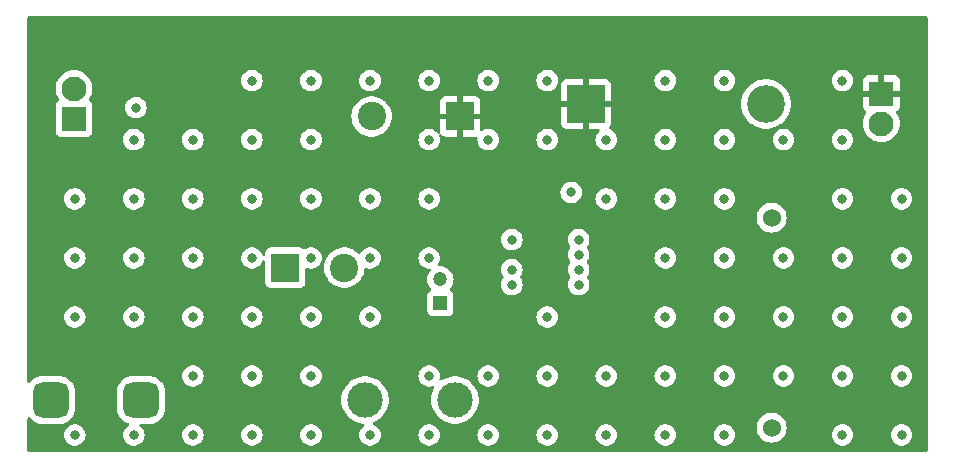
<source format=gbr>
%TF.GenerationSoftware,KiCad,Pcbnew,7.0.7*%
%TF.CreationDate,2023-09-13T14:26:25-04:00*%
%TF.ProjectId,Alim12,416c696d-3132-42e6-9b69-6361645f7063,rev?*%
%TF.SameCoordinates,Original*%
%TF.FileFunction,Copper,L3,Inr*%
%TF.FilePolarity,Positive*%
%FSLAX46Y46*%
G04 Gerber Fmt 4.6, Leading zero omitted, Abs format (unit mm)*
G04 Created by KiCad (PCBNEW 7.0.7) date 2023-09-13 14:26:25*
%MOMM*%
%LPD*%
G01*
G04 APERTURE LIST*
G04 Aperture macros list*
%AMRoundRect*
0 Rectangle with rounded corners*
0 $1 Rounding radius*
0 $2 $3 $4 $5 $6 $7 $8 $9 X,Y pos of 4 corners*
0 Add a 4 corners polygon primitive as box body*
4,1,4,$2,$3,$4,$5,$6,$7,$8,$9,$2,$3,0*
0 Add four circle primitives for the rounded corners*
1,1,$1+$1,$2,$3*
1,1,$1+$1,$4,$5*
1,1,$1+$1,$6,$7*
1,1,$1+$1,$8,$9*
0 Add four rect primitives between the rounded corners*
20,1,$1+$1,$2,$3,$4,$5,0*
20,1,$1+$1,$4,$5,$6,$7,0*
20,1,$1+$1,$6,$7,$8,$9,0*
20,1,$1+$1,$8,$9,$2,$3,0*%
G04 Aperture macros list end*
%TA.AperFunction,ComponentPad*%
%ADD10R,2.400000X2.400000*%
%TD*%
%TA.AperFunction,ComponentPad*%
%ADD11C,2.400000*%
%TD*%
%TA.AperFunction,ComponentPad*%
%ADD12R,2.100000X2.100000*%
%TD*%
%TA.AperFunction,ComponentPad*%
%ADD13C,2.100000*%
%TD*%
%TA.AperFunction,ComponentPad*%
%ADD14C,1.524000*%
%TD*%
%TA.AperFunction,ComponentPad*%
%ADD15RoundRect,0.750000X-0.750000X-0.750000X0.750000X-0.750000X0.750000X0.750000X-0.750000X0.750000X0*%
%TD*%
%TA.AperFunction,ComponentPad*%
%ADD16C,3.000000*%
%TD*%
%TA.AperFunction,ComponentPad*%
%ADD17R,3.200000X3.200000*%
%TD*%
%TA.AperFunction,ComponentPad*%
%ADD18O,3.200000X3.200000*%
%TD*%
%TA.AperFunction,ComponentPad*%
%ADD19R,1.200000X1.200000*%
%TD*%
%TA.AperFunction,ComponentPad*%
%ADD20C,1.200000*%
%TD*%
%TA.AperFunction,ViaPad*%
%ADD21C,0.800000*%
%TD*%
G04 APERTURE END LIST*
D10*
%TO.N,Net-(D1-K)*%
%TO.C,C3*%
X139160000Y-96030000D03*
D11*
%TO.N,GND*%
X131660000Y-96030000D03*
%TD*%
D12*
%TO.N,Net-(D1-K)*%
%TO.C,J3*%
X174820000Y-94090000D03*
D13*
%TO.N,GND*%
X174820000Y-96630000D03*
%TD*%
D10*
%TO.N,Net-(U1-VCC)*%
%TO.C,C1*%
X124350000Y-108830000D03*
D11*
%TO.N,GND*%
X129350000Y-108830000D03*
%TD*%
D14*
%TO.N,Net-(U1-Ipk_Sense)*%
%TO.C,L1*%
X165530000Y-122370000D03*
%TO.N,Net-(D1-A)*%
X165530000Y-104590000D03*
%TD*%
D12*
%TO.N,Net-(J1-Pin_1)*%
%TO.C,J1*%
X106470000Y-96220000D03*
D13*
%TO.N,GND*%
X106470000Y-93680000D03*
%TD*%
D15*
%TO.N,Net-(J1-Pin_1)*%
%TO.C,F1*%
X104515000Y-120030000D03*
X112135000Y-120030000D03*
D16*
%TO.N,Net-(U1-VCC)*%
X131105000Y-120030000D03*
X138725000Y-120030000D03*
%TD*%
D17*
%TO.N,Net-(D1-K)*%
%TO.C,D1*%
X149820000Y-94970000D03*
D18*
%TO.N,Net-(D1-A)*%
X165060000Y-94970000D03*
%TD*%
D19*
%TO.N,Net-(U1-timing_capacitor)*%
%TO.C,C2*%
X137490000Y-111832599D03*
D20*
%TO.N,GND*%
X137490000Y-109832599D03*
%TD*%
D21*
%TO.N,GND*%
X176531517Y-123001750D03*
X176531517Y-118001750D03*
X176531517Y-113001750D03*
X176531517Y-108001750D03*
X176531517Y-103001750D03*
X171531517Y-123001750D03*
X171531517Y-118001750D03*
X171531517Y-113001750D03*
X171531517Y-108001750D03*
X171531517Y-103001750D03*
X171531517Y-98001750D03*
X171531517Y-93001750D03*
X166531517Y-118001750D03*
X166531517Y-113001750D03*
X166531517Y-108001750D03*
X166531517Y-98001750D03*
X161531517Y-123001750D03*
X161531517Y-118001750D03*
X161531517Y-113001750D03*
X161531517Y-108001750D03*
X161531517Y-103001750D03*
X161531517Y-98001750D03*
X161531517Y-93001750D03*
X156531517Y-123001750D03*
X156531517Y-118001750D03*
X156531517Y-113001750D03*
X156531517Y-108001750D03*
X156531517Y-103001750D03*
X156531517Y-98001750D03*
X156531517Y-93001750D03*
X151531517Y-123001750D03*
X151531517Y-118001750D03*
X151531517Y-103001750D03*
X151531517Y-98001750D03*
X146531517Y-123001750D03*
X146531517Y-118001750D03*
X146531517Y-113001750D03*
X146531517Y-98001750D03*
X146531517Y-93001750D03*
X141531517Y-123001750D03*
X141531517Y-118001750D03*
X141531517Y-98001750D03*
X141531517Y-93001750D03*
X136531517Y-123001750D03*
X136531517Y-118001750D03*
X136531517Y-108001750D03*
X136531517Y-103001750D03*
X136531517Y-98001750D03*
X136531517Y-93001750D03*
X131531517Y-123001750D03*
X131531517Y-113001750D03*
X131531517Y-108001750D03*
X131531517Y-103001750D03*
X131531517Y-93001750D03*
X126531517Y-123001750D03*
X126531517Y-118001750D03*
X126531517Y-113001750D03*
X126531517Y-108001750D03*
X126531517Y-103001750D03*
X126531517Y-98001750D03*
X126531517Y-93001750D03*
X121531517Y-123001750D03*
X121531517Y-118001750D03*
X121531517Y-113001750D03*
X121531517Y-108001750D03*
X121531517Y-103001750D03*
X121531517Y-98001750D03*
X121531517Y-93001750D03*
X116531517Y-123001750D03*
X116531517Y-118001750D03*
X116531517Y-113001750D03*
X116531517Y-108001750D03*
X116531517Y-103001750D03*
X116531517Y-98001750D03*
X111531517Y-123001750D03*
X111531517Y-113001750D03*
X111531517Y-108001750D03*
X111531517Y-103001750D03*
X111531517Y-98001750D03*
X106531517Y-123001750D03*
X106531517Y-113001750D03*
X106531517Y-108001750D03*
X106531517Y-103001750D03*
X149200000Y-108990000D03*
X143540000Y-106450000D03*
X149190000Y-107720000D03*
X111710000Y-95290000D03*
X143530000Y-108990000D03*
X149200000Y-106450000D03*
X143540000Y-110260000D03*
X149200000Y-110260000D03*
X148570000Y-102460000D03*
%TD*%
%TA.AperFunction,Conductor*%
%TO.N,Net-(D1-K)*%
G36*
X178682539Y-87550185D02*
G01*
X178728294Y-87602989D01*
X178739500Y-87654500D01*
X178739500Y-124326000D01*
X178719815Y-124393039D01*
X178667011Y-124438794D01*
X178615500Y-124450000D01*
X102654000Y-124450000D01*
X102586961Y-124430315D01*
X102541206Y-124377511D01*
X102530000Y-124326000D01*
X102530000Y-123001750D01*
X105618013Y-123001750D01*
X105637975Y-123191678D01*
X105637976Y-123191681D01*
X105696987Y-123373299D01*
X105696990Y-123373306D01*
X105792477Y-123538694D01*
X105920264Y-123680616D01*
X106074765Y-123792868D01*
X106249229Y-123870544D01*
X106436030Y-123910250D01*
X106627004Y-123910250D01*
X106813805Y-123870544D01*
X106988269Y-123792868D01*
X107142770Y-123680616D01*
X107270557Y-123538694D01*
X107366044Y-123373306D01*
X107425059Y-123191678D01*
X107445021Y-123001750D01*
X107425059Y-122811822D01*
X107366044Y-122630194D01*
X107270557Y-122464806D01*
X107142770Y-122322884D01*
X106988269Y-122210632D01*
X106813805Y-122132956D01*
X106813803Y-122132955D01*
X106627004Y-122093250D01*
X106436030Y-122093250D01*
X106249231Y-122132955D01*
X106238183Y-122137874D01*
X106113620Y-122193333D01*
X106074763Y-122210633D01*
X105920262Y-122322885D01*
X105792476Y-122464807D01*
X105696990Y-122630193D01*
X105696987Y-122630200D01*
X105637976Y-122811818D01*
X105637975Y-122811822D01*
X105618013Y-123001750D01*
X102530000Y-123001750D01*
X102530000Y-121604002D01*
X102549685Y-121536963D01*
X102602489Y-121491208D01*
X102671647Y-121481264D01*
X102735203Y-121510289D01*
X102755928Y-121533386D01*
X102795014Y-121589803D01*
X102955196Y-121749985D01*
X103141404Y-121878991D01*
X103141405Y-121878991D01*
X103141409Y-121878994D01*
X103246995Y-121926953D01*
X103347661Y-121972678D01*
X103347662Y-121972678D01*
X103347664Y-121972679D01*
X103567331Y-122028030D01*
X103682270Y-122037075D01*
X103700362Y-122038500D01*
X103700364Y-122038500D01*
X105329638Y-122038500D01*
X105346577Y-122037166D01*
X105462669Y-122028030D01*
X105682336Y-121972679D01*
X105888591Y-121878994D01*
X106074802Y-121749986D01*
X106234986Y-121589802D01*
X106363994Y-121403591D01*
X106457679Y-121197336D01*
X106513030Y-120977669D01*
X106523500Y-120844638D01*
X110126500Y-120844638D01*
X110136970Y-120977668D01*
X110192321Y-121197338D01*
X110286008Y-121403595D01*
X110415014Y-121589803D01*
X110575196Y-121749985D01*
X110761404Y-121878991D01*
X110761405Y-121878991D01*
X110761409Y-121878994D01*
X110866995Y-121926953D01*
X110967661Y-121972678D01*
X110967662Y-121972678D01*
X110967664Y-121972679D01*
X111033340Y-121989228D01*
X111093537Y-122024695D01*
X111125003Y-122087079D01*
X111117747Y-122156570D01*
X111075927Y-122209787D01*
X110920262Y-122322885D01*
X110792476Y-122464807D01*
X110696990Y-122630193D01*
X110696987Y-122630200D01*
X110637976Y-122811818D01*
X110637975Y-122811822D01*
X110618013Y-123001750D01*
X110637975Y-123191678D01*
X110637976Y-123191681D01*
X110696987Y-123373299D01*
X110696990Y-123373306D01*
X110792477Y-123538694D01*
X110920264Y-123680616D01*
X111074765Y-123792868D01*
X111249229Y-123870544D01*
X111436030Y-123910250D01*
X111627004Y-123910250D01*
X111813805Y-123870544D01*
X111988269Y-123792868D01*
X112142770Y-123680616D01*
X112270557Y-123538694D01*
X112366044Y-123373306D01*
X112425059Y-123191678D01*
X112445021Y-123001750D01*
X115618013Y-123001750D01*
X115637975Y-123191678D01*
X115637976Y-123191681D01*
X115696987Y-123373299D01*
X115696990Y-123373306D01*
X115792477Y-123538694D01*
X115920264Y-123680616D01*
X116074765Y-123792868D01*
X116249229Y-123870544D01*
X116436030Y-123910250D01*
X116627004Y-123910250D01*
X116813805Y-123870544D01*
X116988269Y-123792868D01*
X117142770Y-123680616D01*
X117270557Y-123538694D01*
X117366044Y-123373306D01*
X117425059Y-123191678D01*
X117445021Y-123001750D01*
X120618013Y-123001750D01*
X120637975Y-123191678D01*
X120637976Y-123191681D01*
X120696987Y-123373299D01*
X120696990Y-123373306D01*
X120792477Y-123538694D01*
X120920264Y-123680616D01*
X121074765Y-123792868D01*
X121249229Y-123870544D01*
X121436030Y-123910250D01*
X121627004Y-123910250D01*
X121813805Y-123870544D01*
X121988269Y-123792868D01*
X122142770Y-123680616D01*
X122270557Y-123538694D01*
X122366044Y-123373306D01*
X122425059Y-123191678D01*
X122445021Y-123001750D01*
X125618013Y-123001750D01*
X125637975Y-123191678D01*
X125637976Y-123191681D01*
X125696987Y-123373299D01*
X125696990Y-123373306D01*
X125792477Y-123538694D01*
X125920264Y-123680616D01*
X126074765Y-123792868D01*
X126249229Y-123870544D01*
X126436030Y-123910250D01*
X126627004Y-123910250D01*
X126813805Y-123870544D01*
X126988269Y-123792868D01*
X127142770Y-123680616D01*
X127270557Y-123538694D01*
X127366044Y-123373306D01*
X127425059Y-123191678D01*
X127445021Y-123001750D01*
X127425059Y-122811822D01*
X127366044Y-122630194D01*
X127270557Y-122464806D01*
X127142770Y-122322884D01*
X126988269Y-122210632D01*
X126813805Y-122132956D01*
X126813803Y-122132955D01*
X126627004Y-122093250D01*
X126436030Y-122093250D01*
X126249231Y-122132955D01*
X126238183Y-122137874D01*
X126113620Y-122193333D01*
X126074763Y-122210633D01*
X125920262Y-122322885D01*
X125792476Y-122464807D01*
X125696990Y-122630193D01*
X125696987Y-122630200D01*
X125637976Y-122811818D01*
X125637975Y-122811822D01*
X125618013Y-123001750D01*
X122445021Y-123001750D01*
X122425059Y-122811822D01*
X122366044Y-122630194D01*
X122270557Y-122464806D01*
X122142770Y-122322884D01*
X121988269Y-122210632D01*
X121813805Y-122132956D01*
X121813803Y-122132955D01*
X121627004Y-122093250D01*
X121436030Y-122093250D01*
X121249231Y-122132955D01*
X121238183Y-122137874D01*
X121113620Y-122193333D01*
X121074763Y-122210633D01*
X120920262Y-122322885D01*
X120792476Y-122464807D01*
X120696990Y-122630193D01*
X120696987Y-122630200D01*
X120637976Y-122811818D01*
X120637975Y-122811822D01*
X120618013Y-123001750D01*
X117445021Y-123001750D01*
X117425059Y-122811822D01*
X117366044Y-122630194D01*
X117270557Y-122464806D01*
X117142770Y-122322884D01*
X116988269Y-122210632D01*
X116813805Y-122132956D01*
X116813803Y-122132955D01*
X116627004Y-122093250D01*
X116436030Y-122093250D01*
X116249231Y-122132955D01*
X116238183Y-122137874D01*
X116113620Y-122193333D01*
X116074763Y-122210633D01*
X115920262Y-122322885D01*
X115792476Y-122464807D01*
X115696990Y-122630193D01*
X115696987Y-122630200D01*
X115637976Y-122811818D01*
X115637975Y-122811822D01*
X115618013Y-123001750D01*
X112445021Y-123001750D01*
X112425059Y-122811822D01*
X112366044Y-122630194D01*
X112270557Y-122464806D01*
X112142770Y-122322884D01*
X112060095Y-122262817D01*
X112017431Y-122207488D01*
X112011452Y-122137874D01*
X112044058Y-122076079D01*
X112104897Y-122041722D01*
X112132982Y-122038500D01*
X112949638Y-122038500D01*
X112966577Y-122037166D01*
X113082669Y-122028030D01*
X113302336Y-121972679D01*
X113508591Y-121878994D01*
X113694802Y-121749986D01*
X113854986Y-121589802D01*
X113983994Y-121403591D01*
X114077679Y-121197336D01*
X114133030Y-120977669D01*
X114143500Y-120844636D01*
X114143500Y-120030000D01*
X129091807Y-120030000D01*
X129110557Y-120304130D01*
X129110558Y-120304132D01*
X129166458Y-120573141D01*
X129166463Y-120573158D01*
X129258476Y-120832056D01*
X129384889Y-121076024D01*
X129384893Y-121076030D01*
X129543340Y-121300499D01*
X129543343Y-121300502D01*
X129730889Y-121501314D01*
X129944031Y-121674718D01*
X129944033Y-121674719D01*
X129944034Y-121674720D01*
X130178801Y-121817485D01*
X130320403Y-121878991D01*
X130430823Y-121926953D01*
X130695404Y-122001085D01*
X130951565Y-122036293D01*
X131015297Y-122064923D01*
X131053436Y-122123465D01*
X131053870Y-122193333D01*
X131016461Y-122252345D01*
X131007564Y-122259455D01*
X130920267Y-122322881D01*
X130920263Y-122322884D01*
X130792476Y-122464807D01*
X130696990Y-122630193D01*
X130696987Y-122630200D01*
X130637976Y-122811818D01*
X130637975Y-122811822D01*
X130618013Y-123001750D01*
X130637975Y-123191678D01*
X130637976Y-123191681D01*
X130696987Y-123373299D01*
X130696990Y-123373306D01*
X130792477Y-123538694D01*
X130920264Y-123680616D01*
X131074765Y-123792868D01*
X131249229Y-123870544D01*
X131436030Y-123910250D01*
X131627004Y-123910250D01*
X131813805Y-123870544D01*
X131988269Y-123792868D01*
X132142770Y-123680616D01*
X132270557Y-123538694D01*
X132366044Y-123373306D01*
X132425059Y-123191678D01*
X132445021Y-123001750D01*
X135618013Y-123001750D01*
X135637975Y-123191678D01*
X135637976Y-123191681D01*
X135696987Y-123373299D01*
X135696990Y-123373306D01*
X135792477Y-123538694D01*
X135920264Y-123680616D01*
X136074765Y-123792868D01*
X136249229Y-123870544D01*
X136436030Y-123910250D01*
X136627004Y-123910250D01*
X136813805Y-123870544D01*
X136988269Y-123792868D01*
X137142770Y-123680616D01*
X137270557Y-123538694D01*
X137366044Y-123373306D01*
X137425059Y-123191678D01*
X137445021Y-123001750D01*
X140618013Y-123001750D01*
X140637975Y-123191678D01*
X140637976Y-123191681D01*
X140696987Y-123373299D01*
X140696990Y-123373306D01*
X140792477Y-123538694D01*
X140920264Y-123680616D01*
X141074765Y-123792868D01*
X141249229Y-123870544D01*
X141436030Y-123910250D01*
X141627004Y-123910250D01*
X141813805Y-123870544D01*
X141988269Y-123792868D01*
X142142770Y-123680616D01*
X142270557Y-123538694D01*
X142366044Y-123373306D01*
X142425059Y-123191678D01*
X142445021Y-123001750D01*
X145618013Y-123001750D01*
X145637975Y-123191678D01*
X145637976Y-123191681D01*
X145696987Y-123373299D01*
X145696990Y-123373306D01*
X145792477Y-123538694D01*
X145920264Y-123680616D01*
X146074765Y-123792868D01*
X146249229Y-123870544D01*
X146436030Y-123910250D01*
X146627004Y-123910250D01*
X146813805Y-123870544D01*
X146988269Y-123792868D01*
X147142770Y-123680616D01*
X147270557Y-123538694D01*
X147366044Y-123373306D01*
X147425059Y-123191678D01*
X147445021Y-123001750D01*
X150618013Y-123001750D01*
X150637975Y-123191678D01*
X150637976Y-123191681D01*
X150696987Y-123373299D01*
X150696990Y-123373306D01*
X150792477Y-123538694D01*
X150920264Y-123680616D01*
X151074765Y-123792868D01*
X151249229Y-123870544D01*
X151436030Y-123910250D01*
X151627004Y-123910250D01*
X151813805Y-123870544D01*
X151988269Y-123792868D01*
X152142770Y-123680616D01*
X152270557Y-123538694D01*
X152366044Y-123373306D01*
X152425059Y-123191678D01*
X152445021Y-123001750D01*
X155618013Y-123001750D01*
X155637975Y-123191678D01*
X155637976Y-123191681D01*
X155696987Y-123373299D01*
X155696990Y-123373306D01*
X155792477Y-123538694D01*
X155920264Y-123680616D01*
X156074765Y-123792868D01*
X156249229Y-123870544D01*
X156436030Y-123910250D01*
X156627004Y-123910250D01*
X156813805Y-123870544D01*
X156988269Y-123792868D01*
X157142770Y-123680616D01*
X157270557Y-123538694D01*
X157366044Y-123373306D01*
X157425059Y-123191678D01*
X157445021Y-123001750D01*
X160618013Y-123001750D01*
X160637975Y-123191678D01*
X160637976Y-123191681D01*
X160696987Y-123373299D01*
X160696990Y-123373306D01*
X160792477Y-123538694D01*
X160920264Y-123680616D01*
X161074765Y-123792868D01*
X161249229Y-123870544D01*
X161436030Y-123910250D01*
X161627004Y-123910250D01*
X161813805Y-123870544D01*
X161988269Y-123792868D01*
X162142770Y-123680616D01*
X162270557Y-123538694D01*
X162366044Y-123373306D01*
X162425059Y-123191678D01*
X162445021Y-123001750D01*
X162425059Y-122811822D01*
X162366044Y-122630194D01*
X162270557Y-122464806D01*
X162185195Y-122370002D01*
X164254647Y-122370002D01*
X164274021Y-122591457D01*
X164274022Y-122591465D01*
X164331558Y-122806191D01*
X164331559Y-122806193D01*
X164331560Y-122806196D01*
X164378536Y-122906936D01*
X164425511Y-123007676D01*
X164425512Y-123007677D01*
X164553023Y-123189781D01*
X164710219Y-123346977D01*
X164892323Y-123474488D01*
X165093804Y-123568440D01*
X165308537Y-123625978D01*
X165466724Y-123639817D01*
X165529998Y-123645353D01*
X165530000Y-123645353D01*
X165530002Y-123645353D01*
X165585365Y-123640509D01*
X165751463Y-123625978D01*
X165966196Y-123568440D01*
X166167677Y-123474488D01*
X166349781Y-123346977D01*
X166506977Y-123189781D01*
X166634488Y-123007677D01*
X166637252Y-123001750D01*
X170618013Y-123001750D01*
X170637975Y-123191678D01*
X170637976Y-123191681D01*
X170696987Y-123373299D01*
X170696990Y-123373306D01*
X170792477Y-123538694D01*
X170920264Y-123680616D01*
X171074765Y-123792868D01*
X171249229Y-123870544D01*
X171436030Y-123910250D01*
X171627004Y-123910250D01*
X171813805Y-123870544D01*
X171988269Y-123792868D01*
X172142770Y-123680616D01*
X172270557Y-123538694D01*
X172366044Y-123373306D01*
X172425059Y-123191678D01*
X172445021Y-123001750D01*
X175618013Y-123001750D01*
X175637975Y-123191678D01*
X175637976Y-123191681D01*
X175696987Y-123373299D01*
X175696990Y-123373306D01*
X175792477Y-123538694D01*
X175920264Y-123680616D01*
X176074765Y-123792868D01*
X176249229Y-123870544D01*
X176436030Y-123910250D01*
X176627004Y-123910250D01*
X176813805Y-123870544D01*
X176988269Y-123792868D01*
X177142770Y-123680616D01*
X177270557Y-123538694D01*
X177366044Y-123373306D01*
X177425059Y-123191678D01*
X177445021Y-123001750D01*
X177425059Y-122811822D01*
X177366044Y-122630194D01*
X177270557Y-122464806D01*
X177142770Y-122322884D01*
X176988269Y-122210632D01*
X176813805Y-122132956D01*
X176813803Y-122132955D01*
X176627004Y-122093250D01*
X176436030Y-122093250D01*
X176249231Y-122132955D01*
X176238183Y-122137874D01*
X176113620Y-122193333D01*
X176074763Y-122210633D01*
X175920262Y-122322885D01*
X175792476Y-122464807D01*
X175696990Y-122630193D01*
X175696987Y-122630200D01*
X175637976Y-122811818D01*
X175637975Y-122811822D01*
X175618013Y-123001750D01*
X172445021Y-123001750D01*
X172425059Y-122811822D01*
X172366044Y-122630194D01*
X172270557Y-122464806D01*
X172142770Y-122322884D01*
X171988269Y-122210632D01*
X171813805Y-122132956D01*
X171813803Y-122132955D01*
X171627004Y-122093250D01*
X171436030Y-122093250D01*
X171249231Y-122132955D01*
X171238183Y-122137874D01*
X171113620Y-122193333D01*
X171074763Y-122210633D01*
X170920262Y-122322885D01*
X170792476Y-122464807D01*
X170696990Y-122630193D01*
X170696987Y-122630200D01*
X170637976Y-122811818D01*
X170637975Y-122811822D01*
X170618013Y-123001750D01*
X166637252Y-123001750D01*
X166728440Y-122806196D01*
X166785978Y-122591463D01*
X166805353Y-122370000D01*
X166785978Y-122148537D01*
X166728440Y-121933804D01*
X166634488Y-121732324D01*
X166634486Y-121732321D01*
X166634485Y-121732319D01*
X166506978Y-121550220D01*
X166438022Y-121481264D01*
X166349781Y-121393023D01*
X166167677Y-121265512D01*
X166167678Y-121265512D01*
X166167676Y-121265511D01*
X166021477Y-121197338D01*
X165966196Y-121171560D01*
X165966193Y-121171559D01*
X165966191Y-121171558D01*
X165751465Y-121114022D01*
X165751457Y-121114021D01*
X165530002Y-121094647D01*
X165529998Y-121094647D01*
X165308542Y-121114021D01*
X165308535Y-121114022D01*
X165093800Y-121171561D01*
X164892323Y-121265512D01*
X164892319Y-121265514D01*
X164710217Y-121393023D01*
X164553023Y-121550217D01*
X164425514Y-121732319D01*
X164425512Y-121732323D01*
X164331561Y-121933800D01*
X164274022Y-122148535D01*
X164274021Y-122148542D01*
X164254647Y-122369997D01*
X164254647Y-122370002D01*
X162185195Y-122370002D01*
X162142770Y-122322884D01*
X161988269Y-122210632D01*
X161813805Y-122132956D01*
X161813803Y-122132955D01*
X161627004Y-122093250D01*
X161436030Y-122093250D01*
X161249231Y-122132955D01*
X161238183Y-122137874D01*
X161113620Y-122193333D01*
X161074763Y-122210633D01*
X160920262Y-122322885D01*
X160792476Y-122464807D01*
X160696990Y-122630193D01*
X160696987Y-122630200D01*
X160637976Y-122811818D01*
X160637975Y-122811822D01*
X160618013Y-123001750D01*
X157445021Y-123001750D01*
X157425059Y-122811822D01*
X157366044Y-122630194D01*
X157270557Y-122464806D01*
X157142770Y-122322884D01*
X156988269Y-122210632D01*
X156813805Y-122132956D01*
X156813803Y-122132955D01*
X156627004Y-122093250D01*
X156436030Y-122093250D01*
X156249231Y-122132955D01*
X156238183Y-122137874D01*
X156113620Y-122193333D01*
X156074763Y-122210633D01*
X155920262Y-122322885D01*
X155792476Y-122464807D01*
X155696990Y-122630193D01*
X155696987Y-122630200D01*
X155637976Y-122811818D01*
X155637975Y-122811822D01*
X155618013Y-123001750D01*
X152445021Y-123001750D01*
X152425059Y-122811822D01*
X152366044Y-122630194D01*
X152270557Y-122464806D01*
X152142770Y-122322884D01*
X151988269Y-122210632D01*
X151813805Y-122132956D01*
X151813803Y-122132955D01*
X151627004Y-122093250D01*
X151436030Y-122093250D01*
X151249231Y-122132955D01*
X151238183Y-122137874D01*
X151113620Y-122193333D01*
X151074763Y-122210633D01*
X150920262Y-122322885D01*
X150792476Y-122464807D01*
X150696990Y-122630193D01*
X150696987Y-122630200D01*
X150637976Y-122811818D01*
X150637975Y-122811822D01*
X150618013Y-123001750D01*
X147445021Y-123001750D01*
X147425059Y-122811822D01*
X147366044Y-122630194D01*
X147270557Y-122464806D01*
X147142770Y-122322884D01*
X146988269Y-122210632D01*
X146813805Y-122132956D01*
X146813803Y-122132955D01*
X146627004Y-122093250D01*
X146436030Y-122093250D01*
X146249231Y-122132955D01*
X146238183Y-122137874D01*
X146113620Y-122193333D01*
X146074763Y-122210633D01*
X145920262Y-122322885D01*
X145792476Y-122464807D01*
X145696990Y-122630193D01*
X145696987Y-122630200D01*
X145637976Y-122811818D01*
X145637975Y-122811822D01*
X145618013Y-123001750D01*
X142445021Y-123001750D01*
X142425059Y-122811822D01*
X142366044Y-122630194D01*
X142270557Y-122464806D01*
X142142770Y-122322884D01*
X141988269Y-122210632D01*
X141813805Y-122132956D01*
X141813803Y-122132955D01*
X141627004Y-122093250D01*
X141436030Y-122093250D01*
X141249231Y-122132955D01*
X141238183Y-122137874D01*
X141113620Y-122193333D01*
X141074763Y-122210633D01*
X140920262Y-122322885D01*
X140792476Y-122464807D01*
X140696990Y-122630193D01*
X140696987Y-122630200D01*
X140637976Y-122811818D01*
X140637975Y-122811822D01*
X140618013Y-123001750D01*
X137445021Y-123001750D01*
X137425059Y-122811822D01*
X137366044Y-122630194D01*
X137270557Y-122464806D01*
X137142770Y-122322884D01*
X136988269Y-122210632D01*
X136813805Y-122132956D01*
X136813803Y-122132955D01*
X136627004Y-122093250D01*
X136436030Y-122093250D01*
X136249231Y-122132955D01*
X136238183Y-122137874D01*
X136113620Y-122193333D01*
X136074763Y-122210633D01*
X135920262Y-122322885D01*
X135792476Y-122464807D01*
X135696990Y-122630193D01*
X135696987Y-122630200D01*
X135637976Y-122811818D01*
X135637975Y-122811822D01*
X135618013Y-123001750D01*
X132445021Y-123001750D01*
X132425059Y-122811822D01*
X132366044Y-122630194D01*
X132270557Y-122464806D01*
X132142770Y-122322884D01*
X131988269Y-122210632D01*
X131820079Y-122135749D01*
X131766843Y-122090499D01*
X131746522Y-122023650D01*
X131765567Y-121956426D01*
X131817933Y-121910171D01*
X131821010Y-121908781D01*
X132031200Y-121817484D01*
X132265969Y-121674718D01*
X132479111Y-121501314D01*
X132666657Y-121300502D01*
X132825111Y-121076023D01*
X132951523Y-120832058D01*
X133043538Y-120573153D01*
X133043539Y-120573146D01*
X133043541Y-120573141D01*
X133069491Y-120448259D01*
X133099442Y-120304130D01*
X133118193Y-120030000D01*
X133099442Y-119755870D01*
X133080141Y-119662989D01*
X133043541Y-119486858D01*
X133043536Y-119486841D01*
X132951523Y-119227943D01*
X132951523Y-119227942D01*
X132825111Y-118983977D01*
X132825110Y-118983975D01*
X132825106Y-118983969D01*
X132666659Y-118759500D01*
X132570378Y-118656409D01*
X132479111Y-118558686D01*
X132265969Y-118385282D01*
X132265967Y-118385281D01*
X132265965Y-118385279D01*
X132031198Y-118242514D01*
X131779178Y-118133047D01*
X131514602Y-118058916D01*
X131514597Y-118058915D01*
X131514596Y-118058915D01*
X131318559Y-118031970D01*
X131242386Y-118021500D01*
X131242385Y-118021500D01*
X130967615Y-118021500D01*
X130967614Y-118021500D01*
X130695404Y-118058915D01*
X130695397Y-118058916D01*
X130430821Y-118133047D01*
X130178801Y-118242514D01*
X129944034Y-118385279D01*
X129730892Y-118558683D01*
X129543340Y-118759500D01*
X129384893Y-118983969D01*
X129384889Y-118983975D01*
X129258476Y-119227943D01*
X129166463Y-119486841D01*
X129166458Y-119486858D01*
X129110558Y-119755867D01*
X129110557Y-119755869D01*
X129091807Y-120030000D01*
X114143500Y-120030000D01*
X114143500Y-119215364D01*
X114133030Y-119082331D01*
X114077679Y-118862664D01*
X113983994Y-118656409D01*
X113902440Y-118538694D01*
X113854985Y-118470196D01*
X113694802Y-118310014D01*
X113694803Y-118310014D01*
X113508595Y-118181008D01*
X113302338Y-118087321D01*
X113155891Y-118050420D01*
X113082669Y-118031970D01*
X113038324Y-118028480D01*
X112949638Y-118021500D01*
X112949636Y-118021500D01*
X111320364Y-118021500D01*
X111320362Y-118021500D01*
X111187331Y-118031970D01*
X110967661Y-118087321D01*
X110761404Y-118181008D01*
X110575196Y-118310014D01*
X110415014Y-118470196D01*
X110286008Y-118656404D01*
X110192321Y-118862661D01*
X110136970Y-119082331D01*
X110126500Y-119215362D01*
X110126500Y-120844638D01*
X106523500Y-120844638D01*
X106523500Y-120844636D01*
X106523500Y-119215364D01*
X106513030Y-119082331D01*
X106457679Y-118862664D01*
X106363994Y-118656409D01*
X106282440Y-118538694D01*
X106234985Y-118470196D01*
X106074802Y-118310014D01*
X106074803Y-118310014D01*
X105888595Y-118181008D01*
X105682338Y-118087321D01*
X105535891Y-118050420D01*
X105462669Y-118031970D01*
X105418324Y-118028480D01*
X105329638Y-118021500D01*
X105329636Y-118021500D01*
X103700364Y-118021500D01*
X103700362Y-118021500D01*
X103567331Y-118031970D01*
X103347661Y-118087321D01*
X103141404Y-118181008D01*
X102955196Y-118310014D01*
X102795016Y-118470194D01*
X102755928Y-118526614D01*
X102701568Y-118570510D01*
X102632107Y-118578049D01*
X102569596Y-118546837D01*
X102533883Y-118486784D01*
X102530000Y-118455997D01*
X102530000Y-118001750D01*
X115618013Y-118001750D01*
X115637975Y-118191678D01*
X115637976Y-118191681D01*
X115696987Y-118373299D01*
X115696990Y-118373306D01*
X115792477Y-118538694D01*
X115920264Y-118680616D01*
X116074765Y-118792868D01*
X116249229Y-118870544D01*
X116436030Y-118910250D01*
X116627004Y-118910250D01*
X116813805Y-118870544D01*
X116988269Y-118792868D01*
X117142770Y-118680616D01*
X117270557Y-118538694D01*
X117366044Y-118373306D01*
X117425059Y-118191678D01*
X117445021Y-118001750D01*
X120618013Y-118001750D01*
X120637975Y-118191678D01*
X120637976Y-118191681D01*
X120696987Y-118373299D01*
X120696990Y-118373306D01*
X120792477Y-118538694D01*
X120920264Y-118680616D01*
X121074765Y-118792868D01*
X121249229Y-118870544D01*
X121436030Y-118910250D01*
X121627004Y-118910250D01*
X121813805Y-118870544D01*
X121988269Y-118792868D01*
X122142770Y-118680616D01*
X122270557Y-118538694D01*
X122366044Y-118373306D01*
X122425059Y-118191678D01*
X122445021Y-118001750D01*
X125618013Y-118001750D01*
X125637975Y-118191678D01*
X125637976Y-118191681D01*
X125696987Y-118373299D01*
X125696990Y-118373306D01*
X125792477Y-118538694D01*
X125920264Y-118680616D01*
X126074765Y-118792868D01*
X126249229Y-118870544D01*
X126436030Y-118910250D01*
X126627004Y-118910250D01*
X126813805Y-118870544D01*
X126988269Y-118792868D01*
X127142770Y-118680616D01*
X127270557Y-118538694D01*
X127366044Y-118373306D01*
X127425059Y-118191678D01*
X127445021Y-118001750D01*
X135618013Y-118001750D01*
X135637975Y-118191678D01*
X135637976Y-118191681D01*
X135696987Y-118373299D01*
X135696990Y-118373306D01*
X135792477Y-118538694D01*
X135920264Y-118680616D01*
X136074765Y-118792868D01*
X136249229Y-118870544D01*
X136436030Y-118910250D01*
X136627004Y-118910250D01*
X136813805Y-118870544D01*
X136815183Y-118869930D01*
X136816053Y-118869813D01*
X136819985Y-118868536D01*
X136820218Y-118869254D01*
X136884427Y-118860636D01*
X136947708Y-118890255D01*
X136984930Y-118949384D01*
X136984276Y-119019250D01*
X136975729Y-119040250D01*
X136878478Y-119227938D01*
X136878476Y-119227941D01*
X136786463Y-119486841D01*
X136786458Y-119486858D01*
X136730558Y-119755867D01*
X136730557Y-119755869D01*
X136711807Y-120029999D01*
X136730557Y-120304130D01*
X136730558Y-120304132D01*
X136786458Y-120573141D01*
X136786463Y-120573158D01*
X136878476Y-120832056D01*
X137004889Y-121076024D01*
X137004893Y-121076030D01*
X137163340Y-121300499D01*
X137163343Y-121300502D01*
X137350889Y-121501314D01*
X137564031Y-121674718D01*
X137564033Y-121674719D01*
X137564034Y-121674720D01*
X137798801Y-121817485D01*
X137940403Y-121878991D01*
X138050823Y-121926953D01*
X138315404Y-122001085D01*
X138554720Y-122033978D01*
X138587614Y-122038500D01*
X138587615Y-122038500D01*
X138862386Y-122038500D01*
X138891733Y-122034466D01*
X139134596Y-122001085D01*
X139399177Y-121926953D01*
X139651200Y-121817484D01*
X139885969Y-121674718D01*
X140099111Y-121501314D01*
X140286657Y-121300502D01*
X140445111Y-121076023D01*
X140571523Y-120832058D01*
X140663538Y-120573153D01*
X140663539Y-120573146D01*
X140663541Y-120573141D01*
X140689491Y-120448259D01*
X140719442Y-120304130D01*
X140738193Y-120030000D01*
X140719442Y-119755870D01*
X140700141Y-119662989D01*
X140663541Y-119486858D01*
X140663536Y-119486841D01*
X140571523Y-119227943D01*
X140571523Y-119227942D01*
X140445111Y-118983977D01*
X140445110Y-118983975D01*
X140445106Y-118983969D01*
X140286659Y-118759500D01*
X140190378Y-118656409D01*
X140099111Y-118558686D01*
X139885969Y-118385282D01*
X139885967Y-118385281D01*
X139885965Y-118385279D01*
X139651198Y-118242514D01*
X139399178Y-118133047D01*
X139134602Y-118058916D01*
X139134597Y-118058915D01*
X139134596Y-118058915D01*
X138938559Y-118031970D01*
X138862386Y-118021500D01*
X138862385Y-118021500D01*
X138587615Y-118021500D01*
X138587614Y-118021500D01*
X138315404Y-118058915D01*
X138315397Y-118058916D01*
X138050821Y-118133047D01*
X137798801Y-118242514D01*
X137598123Y-118364549D01*
X137530615Y-118382563D01*
X137464085Y-118361219D01*
X137419656Y-118307295D01*
X137411433Y-118237911D01*
X137415765Y-118220281D01*
X137425059Y-118191678D01*
X137445021Y-118001750D01*
X140618013Y-118001750D01*
X140637975Y-118191678D01*
X140637976Y-118191681D01*
X140696987Y-118373299D01*
X140696990Y-118373306D01*
X140792477Y-118538694D01*
X140920264Y-118680616D01*
X141074765Y-118792868D01*
X141249229Y-118870544D01*
X141436030Y-118910250D01*
X141627004Y-118910250D01*
X141813805Y-118870544D01*
X141988269Y-118792868D01*
X142142770Y-118680616D01*
X142270557Y-118538694D01*
X142366044Y-118373306D01*
X142425059Y-118191678D01*
X142445021Y-118001750D01*
X145618013Y-118001750D01*
X145637975Y-118191678D01*
X145637976Y-118191681D01*
X145696987Y-118373299D01*
X145696990Y-118373306D01*
X145792477Y-118538694D01*
X145920264Y-118680616D01*
X146074765Y-118792868D01*
X146249229Y-118870544D01*
X146436030Y-118910250D01*
X146627004Y-118910250D01*
X146813805Y-118870544D01*
X146988269Y-118792868D01*
X147142770Y-118680616D01*
X147270557Y-118538694D01*
X147366044Y-118373306D01*
X147425059Y-118191678D01*
X147445021Y-118001750D01*
X150618013Y-118001750D01*
X150637975Y-118191678D01*
X150637976Y-118191681D01*
X150696987Y-118373299D01*
X150696990Y-118373306D01*
X150792477Y-118538694D01*
X150920264Y-118680616D01*
X151074765Y-118792868D01*
X151249229Y-118870544D01*
X151436030Y-118910250D01*
X151627004Y-118910250D01*
X151813805Y-118870544D01*
X151988269Y-118792868D01*
X152142770Y-118680616D01*
X152270557Y-118538694D01*
X152366044Y-118373306D01*
X152425059Y-118191678D01*
X152445021Y-118001750D01*
X155618013Y-118001750D01*
X155637975Y-118191678D01*
X155637976Y-118191681D01*
X155696987Y-118373299D01*
X155696990Y-118373306D01*
X155792477Y-118538694D01*
X155920264Y-118680616D01*
X156074765Y-118792868D01*
X156249229Y-118870544D01*
X156436030Y-118910250D01*
X156627004Y-118910250D01*
X156813805Y-118870544D01*
X156988269Y-118792868D01*
X157142770Y-118680616D01*
X157270557Y-118538694D01*
X157366044Y-118373306D01*
X157425059Y-118191678D01*
X157445021Y-118001750D01*
X160618013Y-118001750D01*
X160637975Y-118191678D01*
X160637976Y-118191681D01*
X160696987Y-118373299D01*
X160696990Y-118373306D01*
X160792477Y-118538694D01*
X160920264Y-118680616D01*
X161074765Y-118792868D01*
X161249229Y-118870544D01*
X161436030Y-118910250D01*
X161627004Y-118910250D01*
X161813805Y-118870544D01*
X161988269Y-118792868D01*
X162142770Y-118680616D01*
X162270557Y-118538694D01*
X162366044Y-118373306D01*
X162425059Y-118191678D01*
X162445021Y-118001750D01*
X165618013Y-118001750D01*
X165637975Y-118191678D01*
X165637976Y-118191681D01*
X165696987Y-118373299D01*
X165696990Y-118373306D01*
X165792477Y-118538694D01*
X165920264Y-118680616D01*
X166074765Y-118792868D01*
X166249229Y-118870544D01*
X166436030Y-118910250D01*
X166627004Y-118910250D01*
X166813805Y-118870544D01*
X166988269Y-118792868D01*
X167142770Y-118680616D01*
X167270557Y-118538694D01*
X167366044Y-118373306D01*
X167425059Y-118191678D01*
X167445021Y-118001750D01*
X170618013Y-118001750D01*
X170637975Y-118191678D01*
X170637976Y-118191681D01*
X170696987Y-118373299D01*
X170696990Y-118373306D01*
X170792477Y-118538694D01*
X170920264Y-118680616D01*
X171074765Y-118792868D01*
X171249229Y-118870544D01*
X171436030Y-118910250D01*
X171627004Y-118910250D01*
X171813805Y-118870544D01*
X171988269Y-118792868D01*
X172142770Y-118680616D01*
X172270557Y-118538694D01*
X172366044Y-118373306D01*
X172425059Y-118191678D01*
X172445021Y-118001750D01*
X175618013Y-118001750D01*
X175637975Y-118191678D01*
X175637976Y-118191681D01*
X175696987Y-118373299D01*
X175696990Y-118373306D01*
X175792477Y-118538694D01*
X175920264Y-118680616D01*
X176074765Y-118792868D01*
X176249229Y-118870544D01*
X176436030Y-118910250D01*
X176627004Y-118910250D01*
X176813805Y-118870544D01*
X176988269Y-118792868D01*
X177142770Y-118680616D01*
X177270557Y-118538694D01*
X177366044Y-118373306D01*
X177425059Y-118191678D01*
X177445021Y-118001750D01*
X177425059Y-117811822D01*
X177366044Y-117630194D01*
X177270557Y-117464806D01*
X177142770Y-117322884D01*
X176988269Y-117210632D01*
X176813805Y-117132956D01*
X176813803Y-117132955D01*
X176627004Y-117093250D01*
X176436030Y-117093250D01*
X176249231Y-117132955D01*
X176074763Y-117210633D01*
X175920262Y-117322885D01*
X175792476Y-117464807D01*
X175696990Y-117630193D01*
X175696987Y-117630200D01*
X175637976Y-117811818D01*
X175637975Y-117811822D01*
X175618013Y-118001750D01*
X172445021Y-118001750D01*
X172425059Y-117811822D01*
X172366044Y-117630194D01*
X172270557Y-117464806D01*
X172142770Y-117322884D01*
X171988269Y-117210632D01*
X171813805Y-117132956D01*
X171813803Y-117132955D01*
X171627004Y-117093250D01*
X171436030Y-117093250D01*
X171249231Y-117132955D01*
X171074763Y-117210633D01*
X170920262Y-117322885D01*
X170792476Y-117464807D01*
X170696990Y-117630193D01*
X170696987Y-117630200D01*
X170637976Y-117811818D01*
X170637975Y-117811822D01*
X170618013Y-118001750D01*
X167445021Y-118001750D01*
X167425059Y-117811822D01*
X167366044Y-117630194D01*
X167270557Y-117464806D01*
X167142770Y-117322884D01*
X166988269Y-117210632D01*
X166813805Y-117132956D01*
X166813803Y-117132955D01*
X166627004Y-117093250D01*
X166436030Y-117093250D01*
X166249231Y-117132955D01*
X166074763Y-117210633D01*
X165920262Y-117322885D01*
X165792476Y-117464807D01*
X165696990Y-117630193D01*
X165696987Y-117630200D01*
X165637976Y-117811818D01*
X165637975Y-117811822D01*
X165618013Y-118001750D01*
X162445021Y-118001750D01*
X162425059Y-117811822D01*
X162366044Y-117630194D01*
X162270557Y-117464806D01*
X162142770Y-117322884D01*
X161988269Y-117210632D01*
X161813805Y-117132956D01*
X161813803Y-117132955D01*
X161627004Y-117093250D01*
X161436030Y-117093250D01*
X161249231Y-117132955D01*
X161074763Y-117210633D01*
X160920262Y-117322885D01*
X160792476Y-117464807D01*
X160696990Y-117630193D01*
X160696987Y-117630200D01*
X160637976Y-117811818D01*
X160637975Y-117811822D01*
X160618013Y-118001750D01*
X157445021Y-118001750D01*
X157425059Y-117811822D01*
X157366044Y-117630194D01*
X157270557Y-117464806D01*
X157142770Y-117322884D01*
X156988269Y-117210632D01*
X156813805Y-117132956D01*
X156813803Y-117132955D01*
X156627004Y-117093250D01*
X156436030Y-117093250D01*
X156249231Y-117132955D01*
X156074763Y-117210633D01*
X155920262Y-117322885D01*
X155792476Y-117464807D01*
X155696990Y-117630193D01*
X155696987Y-117630200D01*
X155637976Y-117811818D01*
X155637975Y-117811822D01*
X155618013Y-118001750D01*
X152445021Y-118001750D01*
X152425059Y-117811822D01*
X152366044Y-117630194D01*
X152270557Y-117464806D01*
X152142770Y-117322884D01*
X151988269Y-117210632D01*
X151813805Y-117132956D01*
X151813803Y-117132955D01*
X151627004Y-117093250D01*
X151436030Y-117093250D01*
X151249231Y-117132955D01*
X151074763Y-117210633D01*
X150920262Y-117322885D01*
X150792476Y-117464807D01*
X150696990Y-117630193D01*
X150696987Y-117630200D01*
X150637976Y-117811818D01*
X150637975Y-117811822D01*
X150618013Y-118001750D01*
X147445021Y-118001750D01*
X147425059Y-117811822D01*
X147366044Y-117630194D01*
X147270557Y-117464806D01*
X147142770Y-117322884D01*
X146988269Y-117210632D01*
X146813805Y-117132956D01*
X146813803Y-117132955D01*
X146627004Y-117093250D01*
X146436030Y-117093250D01*
X146249231Y-117132955D01*
X146074763Y-117210633D01*
X145920262Y-117322885D01*
X145792476Y-117464807D01*
X145696990Y-117630193D01*
X145696987Y-117630200D01*
X145637976Y-117811818D01*
X145637975Y-117811822D01*
X145618013Y-118001750D01*
X142445021Y-118001750D01*
X142425059Y-117811822D01*
X142366044Y-117630194D01*
X142270557Y-117464806D01*
X142142770Y-117322884D01*
X141988269Y-117210632D01*
X141813805Y-117132956D01*
X141813803Y-117132955D01*
X141627004Y-117093250D01*
X141436030Y-117093250D01*
X141249231Y-117132955D01*
X141074763Y-117210633D01*
X140920262Y-117322885D01*
X140792476Y-117464807D01*
X140696990Y-117630193D01*
X140696987Y-117630200D01*
X140637976Y-117811818D01*
X140637975Y-117811822D01*
X140618013Y-118001750D01*
X137445021Y-118001750D01*
X137425059Y-117811822D01*
X137366044Y-117630194D01*
X137270557Y-117464806D01*
X137142770Y-117322884D01*
X136988269Y-117210632D01*
X136813805Y-117132956D01*
X136813803Y-117132955D01*
X136627004Y-117093250D01*
X136436030Y-117093250D01*
X136249231Y-117132955D01*
X136074763Y-117210633D01*
X135920262Y-117322885D01*
X135792476Y-117464807D01*
X135696990Y-117630193D01*
X135696987Y-117630200D01*
X135637976Y-117811818D01*
X135637975Y-117811822D01*
X135618013Y-118001750D01*
X127445021Y-118001750D01*
X127425059Y-117811822D01*
X127366044Y-117630194D01*
X127270557Y-117464806D01*
X127142770Y-117322884D01*
X126988269Y-117210632D01*
X126813805Y-117132956D01*
X126813803Y-117132955D01*
X126627004Y-117093250D01*
X126436030Y-117093250D01*
X126249231Y-117132955D01*
X126074763Y-117210633D01*
X125920262Y-117322885D01*
X125792476Y-117464807D01*
X125696990Y-117630193D01*
X125696987Y-117630200D01*
X125637976Y-117811818D01*
X125637975Y-117811822D01*
X125618013Y-118001750D01*
X122445021Y-118001750D01*
X122425059Y-117811822D01*
X122366044Y-117630194D01*
X122270557Y-117464806D01*
X122142770Y-117322884D01*
X121988269Y-117210632D01*
X121813805Y-117132956D01*
X121813803Y-117132955D01*
X121627004Y-117093250D01*
X121436030Y-117093250D01*
X121249231Y-117132955D01*
X121074763Y-117210633D01*
X120920262Y-117322885D01*
X120792476Y-117464807D01*
X120696990Y-117630193D01*
X120696987Y-117630200D01*
X120637976Y-117811818D01*
X120637975Y-117811822D01*
X120618013Y-118001750D01*
X117445021Y-118001750D01*
X117425059Y-117811822D01*
X117366044Y-117630194D01*
X117270557Y-117464806D01*
X117142770Y-117322884D01*
X116988269Y-117210632D01*
X116813805Y-117132956D01*
X116813803Y-117132955D01*
X116627004Y-117093250D01*
X116436030Y-117093250D01*
X116249231Y-117132955D01*
X116074763Y-117210633D01*
X115920262Y-117322885D01*
X115792476Y-117464807D01*
X115696990Y-117630193D01*
X115696987Y-117630200D01*
X115637976Y-117811818D01*
X115637975Y-117811822D01*
X115618013Y-118001750D01*
X102530000Y-118001750D01*
X102530000Y-113001750D01*
X105618013Y-113001750D01*
X105637975Y-113191678D01*
X105637976Y-113191681D01*
X105696987Y-113373299D01*
X105696990Y-113373306D01*
X105792477Y-113538694D01*
X105920264Y-113680616D01*
X106074765Y-113792868D01*
X106249229Y-113870544D01*
X106436030Y-113910250D01*
X106627004Y-113910250D01*
X106813805Y-113870544D01*
X106988269Y-113792868D01*
X107142770Y-113680616D01*
X107270557Y-113538694D01*
X107366044Y-113373306D01*
X107425059Y-113191678D01*
X107445021Y-113001750D01*
X110618013Y-113001750D01*
X110637975Y-113191678D01*
X110637976Y-113191681D01*
X110696987Y-113373299D01*
X110696990Y-113373306D01*
X110792477Y-113538694D01*
X110920264Y-113680616D01*
X111074765Y-113792868D01*
X111249229Y-113870544D01*
X111436030Y-113910250D01*
X111627004Y-113910250D01*
X111813805Y-113870544D01*
X111988269Y-113792868D01*
X112142770Y-113680616D01*
X112270557Y-113538694D01*
X112366044Y-113373306D01*
X112425059Y-113191678D01*
X112445021Y-113001750D01*
X115618013Y-113001750D01*
X115637975Y-113191678D01*
X115637976Y-113191681D01*
X115696987Y-113373299D01*
X115696990Y-113373306D01*
X115792477Y-113538694D01*
X115920264Y-113680616D01*
X116074765Y-113792868D01*
X116249229Y-113870544D01*
X116436030Y-113910250D01*
X116627004Y-113910250D01*
X116813805Y-113870544D01*
X116988269Y-113792868D01*
X117142770Y-113680616D01*
X117270557Y-113538694D01*
X117366044Y-113373306D01*
X117425059Y-113191678D01*
X117445021Y-113001750D01*
X120618013Y-113001750D01*
X120637975Y-113191678D01*
X120637976Y-113191681D01*
X120696987Y-113373299D01*
X120696990Y-113373306D01*
X120792477Y-113538694D01*
X120920264Y-113680616D01*
X121074765Y-113792868D01*
X121249229Y-113870544D01*
X121436030Y-113910250D01*
X121627004Y-113910250D01*
X121813805Y-113870544D01*
X121988269Y-113792868D01*
X122142770Y-113680616D01*
X122270557Y-113538694D01*
X122366044Y-113373306D01*
X122425059Y-113191678D01*
X122445021Y-113001750D01*
X125618013Y-113001750D01*
X125637975Y-113191678D01*
X125637976Y-113191681D01*
X125696987Y-113373299D01*
X125696990Y-113373306D01*
X125792477Y-113538694D01*
X125920264Y-113680616D01*
X126074765Y-113792868D01*
X126249229Y-113870544D01*
X126436030Y-113910250D01*
X126627004Y-113910250D01*
X126813805Y-113870544D01*
X126988269Y-113792868D01*
X127142770Y-113680616D01*
X127270557Y-113538694D01*
X127366044Y-113373306D01*
X127425059Y-113191678D01*
X127445021Y-113001750D01*
X130618013Y-113001750D01*
X130637975Y-113191678D01*
X130637976Y-113191681D01*
X130696987Y-113373299D01*
X130696990Y-113373306D01*
X130792477Y-113538694D01*
X130920264Y-113680616D01*
X131074765Y-113792868D01*
X131249229Y-113870544D01*
X131436030Y-113910250D01*
X131627004Y-113910250D01*
X131813805Y-113870544D01*
X131988269Y-113792868D01*
X132142770Y-113680616D01*
X132270557Y-113538694D01*
X132366044Y-113373306D01*
X132425059Y-113191678D01*
X132445021Y-113001750D01*
X145618013Y-113001750D01*
X145637975Y-113191678D01*
X145637976Y-113191681D01*
X145696987Y-113373299D01*
X145696990Y-113373306D01*
X145792477Y-113538694D01*
X145920264Y-113680616D01*
X146074765Y-113792868D01*
X146249229Y-113870544D01*
X146436030Y-113910250D01*
X146627004Y-113910250D01*
X146813805Y-113870544D01*
X146988269Y-113792868D01*
X147142770Y-113680616D01*
X147270557Y-113538694D01*
X147366044Y-113373306D01*
X147425059Y-113191678D01*
X147445021Y-113001750D01*
X155618013Y-113001750D01*
X155637975Y-113191678D01*
X155637976Y-113191681D01*
X155696987Y-113373299D01*
X155696990Y-113373306D01*
X155792477Y-113538694D01*
X155920264Y-113680616D01*
X156074765Y-113792868D01*
X156249229Y-113870544D01*
X156436030Y-113910250D01*
X156627004Y-113910250D01*
X156813805Y-113870544D01*
X156988269Y-113792868D01*
X157142770Y-113680616D01*
X157270557Y-113538694D01*
X157366044Y-113373306D01*
X157425059Y-113191678D01*
X157445021Y-113001750D01*
X160618013Y-113001750D01*
X160637975Y-113191678D01*
X160637976Y-113191681D01*
X160696987Y-113373299D01*
X160696990Y-113373306D01*
X160792477Y-113538694D01*
X160920264Y-113680616D01*
X161074765Y-113792868D01*
X161249229Y-113870544D01*
X161436030Y-113910250D01*
X161627004Y-113910250D01*
X161813805Y-113870544D01*
X161988269Y-113792868D01*
X162142770Y-113680616D01*
X162270557Y-113538694D01*
X162366044Y-113373306D01*
X162425059Y-113191678D01*
X162445021Y-113001750D01*
X165618013Y-113001750D01*
X165637975Y-113191678D01*
X165637976Y-113191681D01*
X165696987Y-113373299D01*
X165696990Y-113373306D01*
X165792477Y-113538694D01*
X165920264Y-113680616D01*
X166074765Y-113792868D01*
X166249229Y-113870544D01*
X166436030Y-113910250D01*
X166627004Y-113910250D01*
X166813805Y-113870544D01*
X166988269Y-113792868D01*
X167142770Y-113680616D01*
X167270557Y-113538694D01*
X167366044Y-113373306D01*
X167425059Y-113191678D01*
X167445021Y-113001750D01*
X170618013Y-113001750D01*
X170637975Y-113191678D01*
X170637976Y-113191681D01*
X170696987Y-113373299D01*
X170696990Y-113373306D01*
X170792477Y-113538694D01*
X170920264Y-113680616D01*
X171074765Y-113792868D01*
X171249229Y-113870544D01*
X171436030Y-113910250D01*
X171627004Y-113910250D01*
X171813805Y-113870544D01*
X171988269Y-113792868D01*
X172142770Y-113680616D01*
X172270557Y-113538694D01*
X172366044Y-113373306D01*
X172425059Y-113191678D01*
X172445021Y-113001750D01*
X175618013Y-113001750D01*
X175637975Y-113191678D01*
X175637976Y-113191681D01*
X175696987Y-113373299D01*
X175696990Y-113373306D01*
X175792477Y-113538694D01*
X175920264Y-113680616D01*
X176074765Y-113792868D01*
X176249229Y-113870544D01*
X176436030Y-113910250D01*
X176627004Y-113910250D01*
X176813805Y-113870544D01*
X176988269Y-113792868D01*
X177142770Y-113680616D01*
X177270557Y-113538694D01*
X177366044Y-113373306D01*
X177425059Y-113191678D01*
X177445021Y-113001750D01*
X177425059Y-112811822D01*
X177366044Y-112630194D01*
X177270557Y-112464806D01*
X177142770Y-112322884D01*
X176988269Y-112210632D01*
X176813805Y-112132956D01*
X176813803Y-112132955D01*
X176627004Y-112093250D01*
X176436030Y-112093250D01*
X176249231Y-112132955D01*
X176074763Y-112210633D01*
X175920262Y-112322885D01*
X175792476Y-112464807D01*
X175696990Y-112630193D01*
X175696987Y-112630200D01*
X175643161Y-112795860D01*
X175637975Y-112811822D01*
X175618013Y-113001750D01*
X172445021Y-113001750D01*
X172425059Y-112811822D01*
X172366044Y-112630194D01*
X172270557Y-112464806D01*
X172142770Y-112322884D01*
X171988269Y-112210632D01*
X171813805Y-112132956D01*
X171813803Y-112132955D01*
X171627004Y-112093250D01*
X171436030Y-112093250D01*
X171249231Y-112132955D01*
X171074763Y-112210633D01*
X170920262Y-112322885D01*
X170792476Y-112464807D01*
X170696990Y-112630193D01*
X170696987Y-112630200D01*
X170643161Y-112795860D01*
X170637975Y-112811822D01*
X170618013Y-113001750D01*
X167445021Y-113001750D01*
X167425059Y-112811822D01*
X167366044Y-112630194D01*
X167270557Y-112464806D01*
X167142770Y-112322884D01*
X166988269Y-112210632D01*
X166813805Y-112132956D01*
X166813803Y-112132955D01*
X166627004Y-112093250D01*
X166436030Y-112093250D01*
X166249231Y-112132955D01*
X166074763Y-112210633D01*
X165920262Y-112322885D01*
X165792476Y-112464807D01*
X165696990Y-112630193D01*
X165696987Y-112630200D01*
X165643161Y-112795860D01*
X165637975Y-112811822D01*
X165618013Y-113001750D01*
X162445021Y-113001750D01*
X162425059Y-112811822D01*
X162366044Y-112630194D01*
X162270557Y-112464806D01*
X162142770Y-112322884D01*
X161988269Y-112210632D01*
X161813805Y-112132956D01*
X161813803Y-112132955D01*
X161627004Y-112093250D01*
X161436030Y-112093250D01*
X161249231Y-112132955D01*
X161074763Y-112210633D01*
X160920262Y-112322885D01*
X160792476Y-112464807D01*
X160696990Y-112630193D01*
X160696987Y-112630200D01*
X160643161Y-112795860D01*
X160637975Y-112811822D01*
X160618013Y-113001750D01*
X157445021Y-113001750D01*
X157425059Y-112811822D01*
X157366044Y-112630194D01*
X157270557Y-112464806D01*
X157142770Y-112322884D01*
X156988269Y-112210632D01*
X156813805Y-112132956D01*
X156813803Y-112132955D01*
X156627004Y-112093250D01*
X156436030Y-112093250D01*
X156249231Y-112132955D01*
X156074763Y-112210633D01*
X155920262Y-112322885D01*
X155792476Y-112464807D01*
X155696990Y-112630193D01*
X155696987Y-112630200D01*
X155643161Y-112795860D01*
X155637975Y-112811822D01*
X155618013Y-113001750D01*
X147445021Y-113001750D01*
X147425059Y-112811822D01*
X147366044Y-112630194D01*
X147270557Y-112464806D01*
X147142770Y-112322884D01*
X146988269Y-112210632D01*
X146813805Y-112132956D01*
X146813803Y-112132955D01*
X146627004Y-112093250D01*
X146436030Y-112093250D01*
X146249231Y-112132955D01*
X146074763Y-112210633D01*
X145920262Y-112322885D01*
X145792476Y-112464807D01*
X145696990Y-112630193D01*
X145696987Y-112630200D01*
X145643161Y-112795860D01*
X145637975Y-112811822D01*
X145618013Y-113001750D01*
X132445021Y-113001750D01*
X132425059Y-112811822D01*
X132366044Y-112630194D01*
X132270557Y-112464806D01*
X132142770Y-112322884D01*
X131988269Y-112210632D01*
X131813805Y-112132956D01*
X131813803Y-112132955D01*
X131627004Y-112093250D01*
X131436030Y-112093250D01*
X131249231Y-112132955D01*
X131074763Y-112210633D01*
X130920262Y-112322885D01*
X130792476Y-112464807D01*
X130696990Y-112630193D01*
X130696987Y-112630200D01*
X130643161Y-112795860D01*
X130637975Y-112811822D01*
X130618013Y-113001750D01*
X127445021Y-113001750D01*
X127425059Y-112811822D01*
X127366044Y-112630194D01*
X127270557Y-112464806D01*
X127142770Y-112322884D01*
X126988269Y-112210632D01*
X126813805Y-112132956D01*
X126813803Y-112132955D01*
X126627004Y-112093250D01*
X126436030Y-112093250D01*
X126249231Y-112132955D01*
X126074763Y-112210633D01*
X125920262Y-112322885D01*
X125792476Y-112464807D01*
X125696990Y-112630193D01*
X125696987Y-112630200D01*
X125643161Y-112795860D01*
X125637975Y-112811822D01*
X125618013Y-113001750D01*
X122445021Y-113001750D01*
X122425059Y-112811822D01*
X122366044Y-112630194D01*
X122270557Y-112464806D01*
X122142770Y-112322884D01*
X121988269Y-112210632D01*
X121813805Y-112132956D01*
X121813803Y-112132955D01*
X121627004Y-112093250D01*
X121436030Y-112093250D01*
X121249231Y-112132955D01*
X121074763Y-112210633D01*
X120920262Y-112322885D01*
X120792476Y-112464807D01*
X120696990Y-112630193D01*
X120696987Y-112630200D01*
X120643161Y-112795860D01*
X120637975Y-112811822D01*
X120618013Y-113001750D01*
X117445021Y-113001750D01*
X117425059Y-112811822D01*
X117366044Y-112630194D01*
X117270557Y-112464806D01*
X117142770Y-112322884D01*
X116988269Y-112210632D01*
X116813805Y-112132956D01*
X116813803Y-112132955D01*
X116627004Y-112093250D01*
X116436030Y-112093250D01*
X116249231Y-112132955D01*
X116074763Y-112210633D01*
X115920262Y-112322885D01*
X115792476Y-112464807D01*
X115696990Y-112630193D01*
X115696987Y-112630200D01*
X115643161Y-112795860D01*
X115637975Y-112811822D01*
X115618013Y-113001750D01*
X112445021Y-113001750D01*
X112425059Y-112811822D01*
X112366044Y-112630194D01*
X112270557Y-112464806D01*
X112142770Y-112322884D01*
X111988269Y-112210632D01*
X111813805Y-112132956D01*
X111813803Y-112132955D01*
X111627004Y-112093250D01*
X111436030Y-112093250D01*
X111249231Y-112132955D01*
X111074763Y-112210633D01*
X110920262Y-112322885D01*
X110792476Y-112464807D01*
X110696990Y-112630193D01*
X110696987Y-112630200D01*
X110643161Y-112795860D01*
X110637975Y-112811822D01*
X110618013Y-113001750D01*
X107445021Y-113001750D01*
X107425059Y-112811822D01*
X107366044Y-112630194D01*
X107270557Y-112464806D01*
X107142770Y-112322884D01*
X106988269Y-112210632D01*
X106813805Y-112132956D01*
X106813803Y-112132955D01*
X106627004Y-112093250D01*
X106436030Y-112093250D01*
X106249231Y-112132955D01*
X106074763Y-112210633D01*
X105920262Y-112322885D01*
X105792476Y-112464807D01*
X105696990Y-112630193D01*
X105696987Y-112630200D01*
X105643161Y-112795860D01*
X105637975Y-112811822D01*
X105618013Y-113001750D01*
X102530000Y-113001750D01*
X102530000Y-108001750D01*
X105618013Y-108001750D01*
X105637975Y-108191678D01*
X105639959Y-108197785D01*
X105696987Y-108373299D01*
X105696990Y-108373306D01*
X105792477Y-108538694D01*
X105920264Y-108680616D01*
X106074765Y-108792868D01*
X106249229Y-108870544D01*
X106436030Y-108910250D01*
X106627004Y-108910250D01*
X106813805Y-108870544D01*
X106988269Y-108792868D01*
X107142770Y-108680616D01*
X107270557Y-108538694D01*
X107366044Y-108373306D01*
X107425059Y-108191678D01*
X107445021Y-108001750D01*
X110618013Y-108001750D01*
X110637975Y-108191678D01*
X110639959Y-108197785D01*
X110696987Y-108373299D01*
X110696990Y-108373306D01*
X110792477Y-108538694D01*
X110920264Y-108680616D01*
X111074765Y-108792868D01*
X111249229Y-108870544D01*
X111436030Y-108910250D01*
X111627004Y-108910250D01*
X111813805Y-108870544D01*
X111988269Y-108792868D01*
X112142770Y-108680616D01*
X112270557Y-108538694D01*
X112366044Y-108373306D01*
X112425059Y-108191678D01*
X112445021Y-108001750D01*
X115618013Y-108001750D01*
X115637975Y-108191678D01*
X115639959Y-108197785D01*
X115696987Y-108373299D01*
X115696990Y-108373306D01*
X115792477Y-108538694D01*
X115920264Y-108680616D01*
X116074765Y-108792868D01*
X116249229Y-108870544D01*
X116436030Y-108910250D01*
X116627004Y-108910250D01*
X116813805Y-108870544D01*
X116988269Y-108792868D01*
X117142770Y-108680616D01*
X117270557Y-108538694D01*
X117366044Y-108373306D01*
X117425059Y-108191678D01*
X117445021Y-108001750D01*
X120618013Y-108001750D01*
X120637975Y-108191678D01*
X120639959Y-108197785D01*
X120696987Y-108373299D01*
X120696990Y-108373306D01*
X120792477Y-108538694D01*
X120920264Y-108680616D01*
X121074765Y-108792868D01*
X121249229Y-108870544D01*
X121436030Y-108910250D01*
X121627004Y-108910250D01*
X121813805Y-108870544D01*
X121988269Y-108792868D01*
X122142770Y-108680616D01*
X122270557Y-108538694D01*
X122366044Y-108373306D01*
X122399569Y-108270126D01*
X122439006Y-108212452D01*
X122503365Y-108185253D01*
X122572211Y-108197167D01*
X122623687Y-108244412D01*
X122641500Y-108308445D01*
X122641499Y-110078637D01*
X122641500Y-110078654D01*
X122648011Y-110139202D01*
X122648011Y-110139204D01*
X122683653Y-110234761D01*
X122699111Y-110276204D01*
X122786739Y-110393261D01*
X122903796Y-110480889D01*
X123040799Y-110531989D01*
X123068050Y-110534918D01*
X123101345Y-110538499D01*
X123101362Y-110538500D01*
X125598638Y-110538500D01*
X125598654Y-110538499D01*
X125625692Y-110535591D01*
X125659201Y-110531989D01*
X125796204Y-110480889D01*
X125913261Y-110393261D01*
X126000889Y-110276204D01*
X126051989Y-110139201D01*
X126055591Y-110105692D01*
X126058499Y-110078654D01*
X126058500Y-110078637D01*
X126058500Y-108976569D01*
X126078185Y-108909530D01*
X126130989Y-108863775D01*
X126200147Y-108853831D01*
X126232936Y-108863290D01*
X126239594Y-108866254D01*
X126249229Y-108870544D01*
X126436030Y-108910250D01*
X126627004Y-108910250D01*
X126813805Y-108870544D01*
X126904860Y-108830004D01*
X127636709Y-108830004D01*
X127655843Y-109085343D01*
X127655844Y-109085348D01*
X127712822Y-109334987D01*
X127712824Y-109334996D01*
X127712826Y-109335001D01*
X127806378Y-109573369D01*
X127934413Y-109795131D01*
X128008832Y-109888450D01*
X128094072Y-109995338D01*
X128249121Y-110139201D01*
X128281781Y-110169505D01*
X128493355Y-110313754D01*
X128493360Y-110313756D01*
X128493361Y-110313757D01*
X128493362Y-110313758D01*
X128615890Y-110372764D01*
X128724061Y-110424856D01*
X128724062Y-110424856D01*
X128724065Y-110424858D01*
X128968757Y-110500335D01*
X128968758Y-110500335D01*
X128968761Y-110500336D01*
X129221958Y-110538499D01*
X129221963Y-110538499D01*
X129221966Y-110538500D01*
X129221967Y-110538500D01*
X129478033Y-110538500D01*
X129478034Y-110538500D01*
X129521232Y-110531989D01*
X129731238Y-110500336D01*
X129731239Y-110500335D01*
X129731243Y-110500335D01*
X129975935Y-110424858D01*
X130206646Y-110313754D01*
X130418219Y-110169505D01*
X130605931Y-109995334D01*
X130765587Y-109795131D01*
X130893622Y-109573369D01*
X130987174Y-109335001D01*
X131044155Y-109085353D01*
X131053190Y-108964784D01*
X131077828Y-108899403D01*
X131133904Y-108857722D01*
X131203612Y-108852974D01*
X131227273Y-108860768D01*
X131249229Y-108870544D01*
X131436030Y-108910250D01*
X131627004Y-108910250D01*
X131813805Y-108870544D01*
X131988269Y-108792868D01*
X132142770Y-108680616D01*
X132270557Y-108538694D01*
X132366044Y-108373306D01*
X132425059Y-108191678D01*
X132445021Y-108001750D01*
X135618013Y-108001750D01*
X135637975Y-108191678D01*
X135639959Y-108197785D01*
X135696987Y-108373299D01*
X135696990Y-108373306D01*
X135792477Y-108538694D01*
X135920264Y-108680616D01*
X136074765Y-108792868D01*
X136249229Y-108870544D01*
X136436030Y-108910250D01*
X136548432Y-108910250D01*
X136615471Y-108929935D01*
X136661226Y-108982739D01*
X136671170Y-109051897D01*
X136647386Y-109108977D01*
X136543498Y-109246546D01*
X136543493Y-109246554D01*
X136451930Y-109430436D01*
X136451924Y-109430451D01*
X136395706Y-109628038D01*
X136395705Y-109628040D01*
X136376751Y-109832598D01*
X136376751Y-109832599D01*
X136395705Y-110037157D01*
X136395706Y-110037159D01*
X136451924Y-110234746D01*
X136451930Y-110234761D01*
X136543493Y-110418643D01*
X136543498Y-110418651D01*
X136667301Y-110582593D01*
X136671162Y-110586828D01*
X136670134Y-110587764D01*
X136702885Y-110641678D01*
X136701117Y-110711525D01*
X136661867Y-110769329D01*
X136646123Y-110779967D01*
X136526739Y-110869338D01*
X136439111Y-110986394D01*
X136388011Y-111123394D01*
X136388011Y-111123396D01*
X136381500Y-111183944D01*
X136381500Y-112481253D01*
X136388011Y-112541801D01*
X136388011Y-112541803D01*
X136439110Y-112678803D01*
X136439111Y-112678803D01*
X136526739Y-112795860D01*
X136643796Y-112883488D01*
X136780799Y-112934588D01*
X136808050Y-112937517D01*
X136841345Y-112941098D01*
X136841362Y-112941099D01*
X138138638Y-112941099D01*
X138138654Y-112941098D01*
X138165692Y-112938190D01*
X138199201Y-112934588D01*
X138336204Y-112883488D01*
X138453261Y-112795860D01*
X138540889Y-112678803D01*
X138591989Y-112541800D01*
X138595591Y-112508291D01*
X138598499Y-112481253D01*
X138598500Y-112481236D01*
X138598500Y-111183961D01*
X138598499Y-111183944D01*
X138595157Y-111152869D01*
X138591989Y-111123398D01*
X138540889Y-110986395D01*
X138453261Y-110869338D01*
X138336204Y-110781710D01*
X138336203Y-110781709D01*
X138329104Y-110776395D01*
X138330122Y-110775034D01*
X138288107Y-110733021D01*
X138273253Y-110664749D01*
X138297668Y-110599284D01*
X138308912Y-110586896D01*
X138308838Y-110586828D01*
X138312698Y-110582593D01*
X138312698Y-110582592D01*
X138312701Y-110582590D01*
X138436503Y-110418649D01*
X138528074Y-110234751D01*
X138584294Y-110037158D01*
X138603249Y-109832599D01*
X138588585Y-109674353D01*
X138584294Y-109628040D01*
X138584293Y-109628038D01*
X138583428Y-109624999D01*
X138528074Y-109430447D01*
X138528069Y-109430436D01*
X138436506Y-109246554D01*
X138436501Y-109246546D01*
X138312699Y-109082605D01*
X138211115Y-108990000D01*
X142616496Y-108990000D01*
X142636458Y-109179928D01*
X142636459Y-109179931D01*
X142695470Y-109361549D01*
X142695473Y-109361556D01*
X142790957Y-109526940D01*
X142790961Y-109526945D01*
X142809542Y-109547582D01*
X142839771Y-109610574D01*
X142831145Y-109679909D01*
X142809543Y-109713523D01*
X142800961Y-109723054D01*
X142800957Y-109723059D01*
X142705473Y-109888443D01*
X142705470Y-109888450D01*
X142657152Y-110037158D01*
X142646458Y-110070072D01*
X142626496Y-110260000D01*
X142646458Y-110449928D01*
X142646459Y-110449931D01*
X142705470Y-110631549D01*
X142705473Y-110631556D01*
X142800960Y-110796944D01*
X142928747Y-110938866D01*
X143083248Y-111051118D01*
X143257712Y-111128794D01*
X143444513Y-111168500D01*
X143635487Y-111168500D01*
X143822288Y-111128794D01*
X143996752Y-111051118D01*
X144151253Y-110938866D01*
X144279040Y-110796944D01*
X144374527Y-110631556D01*
X144433542Y-110449928D01*
X144453504Y-110260000D01*
X144433542Y-110070072D01*
X144374527Y-109888444D01*
X144279040Y-109723056D01*
X144279036Y-109723050D01*
X144260459Y-109702419D01*
X144230229Y-109639428D01*
X144238853Y-109570092D01*
X144260460Y-109536472D01*
X144269040Y-109526944D01*
X144364527Y-109361556D01*
X144423542Y-109179928D01*
X144443504Y-108990000D01*
X144423542Y-108800072D01*
X144364527Y-108618444D01*
X144269040Y-108453056D01*
X144141253Y-108311134D01*
X143986752Y-108198882D01*
X143812288Y-108121206D01*
X143812286Y-108121205D01*
X143625487Y-108081500D01*
X143434513Y-108081500D01*
X143247714Y-108121205D01*
X143247711Y-108121206D01*
X143247712Y-108121206D01*
X143103860Y-108185253D01*
X143073246Y-108198883D01*
X142918745Y-108311135D01*
X142790959Y-108453057D01*
X142695473Y-108618443D01*
X142695470Y-108618450D01*
X142636459Y-108800068D01*
X142636458Y-108800072D01*
X142616496Y-108990000D01*
X138211115Y-108990000D01*
X138160883Y-108944208D01*
X138160882Y-108944207D01*
X137986218Y-108836059D01*
X137794655Y-108761848D01*
X137592718Y-108724099D01*
X137387282Y-108724099D01*
X137381549Y-108724099D01*
X137381549Y-108722327D01*
X137320964Y-108710469D01*
X137270537Y-108662107D01*
X137254261Y-108594160D01*
X137270716Y-108538418D01*
X137319998Y-108453059D01*
X137366044Y-108373306D01*
X137425059Y-108191678D01*
X137445021Y-108001750D01*
X137425059Y-107811822D01*
X137395224Y-107720000D01*
X148276496Y-107720000D01*
X148296458Y-107909928D01*
X148296459Y-107909931D01*
X148355470Y-108091549D01*
X148355473Y-108091556D01*
X148450957Y-108256940D01*
X148450961Y-108256945D01*
X148469542Y-108277582D01*
X148499771Y-108340574D01*
X148491145Y-108409909D01*
X148469543Y-108443523D01*
X148460961Y-108453054D01*
X148460957Y-108453059D01*
X148365473Y-108618443D01*
X148365470Y-108618450D01*
X148306459Y-108800068D01*
X148306458Y-108800072D01*
X148286496Y-108990000D01*
X148306458Y-109179928D01*
X148306459Y-109179931D01*
X148365470Y-109361549D01*
X148365473Y-109361556D01*
X148460960Y-109526944D01*
X148474541Y-109542027D01*
X148504771Y-109605018D01*
X148496146Y-109674353D01*
X148474545Y-109707967D01*
X148460961Y-109723054D01*
X148460957Y-109723059D01*
X148365473Y-109888443D01*
X148365470Y-109888450D01*
X148317152Y-110037158D01*
X148306458Y-110070072D01*
X148286496Y-110260000D01*
X148306458Y-110449928D01*
X148306459Y-110449931D01*
X148365470Y-110631549D01*
X148365473Y-110631556D01*
X148460960Y-110796944D01*
X148588747Y-110938866D01*
X148743248Y-111051118D01*
X148917712Y-111128794D01*
X149104513Y-111168500D01*
X149295487Y-111168500D01*
X149482288Y-111128794D01*
X149656752Y-111051118D01*
X149811253Y-110938866D01*
X149939040Y-110796944D01*
X150034527Y-110631556D01*
X150093542Y-110449928D01*
X150113504Y-110260000D01*
X150093542Y-110070072D01*
X150034527Y-109888444D01*
X149939040Y-109723056D01*
X149925458Y-109707972D01*
X149895229Y-109644981D01*
X149903853Y-109575646D01*
X149925459Y-109542027D01*
X149925460Y-109542026D01*
X149939040Y-109526944D01*
X150034527Y-109361556D01*
X150093542Y-109179928D01*
X150113504Y-108990000D01*
X150093542Y-108800072D01*
X150034527Y-108618444D01*
X149939040Y-108453056D01*
X149939036Y-108453050D01*
X149920459Y-108432419D01*
X149890229Y-108369428D01*
X149898853Y-108300092D01*
X149920460Y-108266472D01*
X149929040Y-108256944D01*
X150024527Y-108091556D01*
X150053707Y-108001750D01*
X155618013Y-108001750D01*
X155637975Y-108191678D01*
X155639959Y-108197785D01*
X155696987Y-108373299D01*
X155696990Y-108373306D01*
X155792477Y-108538694D01*
X155920264Y-108680616D01*
X156074765Y-108792868D01*
X156249229Y-108870544D01*
X156436030Y-108910250D01*
X156627004Y-108910250D01*
X156813805Y-108870544D01*
X156988269Y-108792868D01*
X157142770Y-108680616D01*
X157270557Y-108538694D01*
X157366044Y-108373306D01*
X157425059Y-108191678D01*
X157445021Y-108001750D01*
X160618013Y-108001750D01*
X160637975Y-108191678D01*
X160639959Y-108197785D01*
X160696987Y-108373299D01*
X160696990Y-108373306D01*
X160792477Y-108538694D01*
X160920264Y-108680616D01*
X161074765Y-108792868D01*
X161249229Y-108870544D01*
X161436030Y-108910250D01*
X161627004Y-108910250D01*
X161813805Y-108870544D01*
X161988269Y-108792868D01*
X162142770Y-108680616D01*
X162270557Y-108538694D01*
X162366044Y-108373306D01*
X162425059Y-108191678D01*
X162445021Y-108001750D01*
X165618013Y-108001750D01*
X165637975Y-108191678D01*
X165639959Y-108197785D01*
X165696987Y-108373299D01*
X165696990Y-108373306D01*
X165792477Y-108538694D01*
X165920264Y-108680616D01*
X166074765Y-108792868D01*
X166249229Y-108870544D01*
X166436030Y-108910250D01*
X166627004Y-108910250D01*
X166813805Y-108870544D01*
X166988269Y-108792868D01*
X167142770Y-108680616D01*
X167270557Y-108538694D01*
X167366044Y-108373306D01*
X167425059Y-108191678D01*
X167445021Y-108001750D01*
X170618013Y-108001750D01*
X170637975Y-108191678D01*
X170639959Y-108197785D01*
X170696987Y-108373299D01*
X170696990Y-108373306D01*
X170792477Y-108538694D01*
X170920264Y-108680616D01*
X171074765Y-108792868D01*
X171249229Y-108870544D01*
X171436030Y-108910250D01*
X171627004Y-108910250D01*
X171813805Y-108870544D01*
X171988269Y-108792868D01*
X172142770Y-108680616D01*
X172270557Y-108538694D01*
X172366044Y-108373306D01*
X172425059Y-108191678D01*
X172445021Y-108001750D01*
X175618013Y-108001750D01*
X175637975Y-108191678D01*
X175639959Y-108197785D01*
X175696987Y-108373299D01*
X175696990Y-108373306D01*
X175792477Y-108538694D01*
X175920264Y-108680616D01*
X176074765Y-108792868D01*
X176249229Y-108870544D01*
X176436030Y-108910250D01*
X176627004Y-108910250D01*
X176813805Y-108870544D01*
X176988269Y-108792868D01*
X177142770Y-108680616D01*
X177270557Y-108538694D01*
X177366044Y-108373306D01*
X177425059Y-108191678D01*
X177445021Y-108001750D01*
X177425059Y-107811822D01*
X177366044Y-107630194D01*
X177270557Y-107464806D01*
X177142770Y-107322884D01*
X176988269Y-107210632D01*
X176813805Y-107132956D01*
X176813803Y-107132955D01*
X176627004Y-107093250D01*
X176436030Y-107093250D01*
X176249231Y-107132955D01*
X176249228Y-107132956D01*
X176249229Y-107132956D01*
X176074770Y-107210630D01*
X176074763Y-107210633D01*
X175920262Y-107322885D01*
X175792476Y-107464807D01*
X175696990Y-107630193D01*
X175696987Y-107630200D01*
X175654133Y-107762093D01*
X175637975Y-107811822D01*
X175618013Y-108001750D01*
X172445021Y-108001750D01*
X172425059Y-107811822D01*
X172366044Y-107630194D01*
X172270557Y-107464806D01*
X172142770Y-107322884D01*
X171988269Y-107210632D01*
X171813805Y-107132956D01*
X171813803Y-107132955D01*
X171627004Y-107093250D01*
X171436030Y-107093250D01*
X171249231Y-107132955D01*
X171249228Y-107132956D01*
X171249229Y-107132956D01*
X171074770Y-107210630D01*
X171074763Y-107210633D01*
X170920262Y-107322885D01*
X170792476Y-107464807D01*
X170696990Y-107630193D01*
X170696987Y-107630200D01*
X170654133Y-107762093D01*
X170637975Y-107811822D01*
X170618013Y-108001750D01*
X167445021Y-108001750D01*
X167425059Y-107811822D01*
X167366044Y-107630194D01*
X167270557Y-107464806D01*
X167142770Y-107322884D01*
X166988269Y-107210632D01*
X166813805Y-107132956D01*
X166813803Y-107132955D01*
X166627004Y-107093250D01*
X166436030Y-107093250D01*
X166249231Y-107132955D01*
X166249228Y-107132956D01*
X166249229Y-107132956D01*
X166074770Y-107210630D01*
X166074763Y-107210633D01*
X165920262Y-107322885D01*
X165792476Y-107464807D01*
X165696990Y-107630193D01*
X165696987Y-107630200D01*
X165654133Y-107762093D01*
X165637975Y-107811822D01*
X165618013Y-108001750D01*
X162445021Y-108001750D01*
X162425059Y-107811822D01*
X162366044Y-107630194D01*
X162270557Y-107464806D01*
X162142770Y-107322884D01*
X161988269Y-107210632D01*
X161813805Y-107132956D01*
X161813803Y-107132955D01*
X161627004Y-107093250D01*
X161436030Y-107093250D01*
X161249231Y-107132955D01*
X161249228Y-107132956D01*
X161249229Y-107132956D01*
X161074770Y-107210630D01*
X161074763Y-107210633D01*
X160920262Y-107322885D01*
X160792476Y-107464807D01*
X160696990Y-107630193D01*
X160696987Y-107630200D01*
X160654133Y-107762093D01*
X160637975Y-107811822D01*
X160618013Y-108001750D01*
X157445021Y-108001750D01*
X157425059Y-107811822D01*
X157366044Y-107630194D01*
X157270557Y-107464806D01*
X157142770Y-107322884D01*
X156988269Y-107210632D01*
X156813805Y-107132956D01*
X156813803Y-107132955D01*
X156627004Y-107093250D01*
X156436030Y-107093250D01*
X156249231Y-107132955D01*
X156249228Y-107132956D01*
X156249229Y-107132956D01*
X156074770Y-107210630D01*
X156074763Y-107210633D01*
X155920262Y-107322885D01*
X155792476Y-107464807D01*
X155696990Y-107630193D01*
X155696987Y-107630200D01*
X155654133Y-107762093D01*
X155637975Y-107811822D01*
X155618013Y-108001750D01*
X150053707Y-108001750D01*
X150083542Y-107909928D01*
X150103504Y-107720000D01*
X150083542Y-107530072D01*
X150024527Y-107348444D01*
X149929040Y-107183056D01*
X149920458Y-107173525D01*
X149890229Y-107110535D01*
X149898853Y-107041199D01*
X149920459Y-107007580D01*
X149939040Y-106986944D01*
X150034527Y-106821556D01*
X150093542Y-106639928D01*
X150113504Y-106450000D01*
X150093542Y-106260072D01*
X150034527Y-106078444D01*
X149939040Y-105913056D01*
X149811253Y-105771134D01*
X149656752Y-105658882D01*
X149482288Y-105581206D01*
X149482286Y-105581205D01*
X149295487Y-105541500D01*
X149104513Y-105541500D01*
X148917714Y-105581205D01*
X148743246Y-105658883D01*
X148588745Y-105771135D01*
X148460959Y-105913057D01*
X148365473Y-106078443D01*
X148365470Y-106078450D01*
X148306459Y-106260068D01*
X148306458Y-106260072D01*
X148286496Y-106450000D01*
X148306458Y-106639928D01*
X148306459Y-106639931D01*
X148365470Y-106821549D01*
X148365473Y-106821556D01*
X148460960Y-106986944D01*
X148469542Y-106996475D01*
X148499771Y-107059465D01*
X148491146Y-107128800D01*
X148469544Y-107162415D01*
X148450961Y-107183054D01*
X148450957Y-107183059D01*
X148355473Y-107348443D01*
X148355470Y-107348450D01*
X148299471Y-107520799D01*
X148296458Y-107530072D01*
X148276496Y-107720000D01*
X137395224Y-107720000D01*
X137366044Y-107630194D01*
X137270557Y-107464806D01*
X137142770Y-107322884D01*
X136988269Y-107210632D01*
X136813805Y-107132956D01*
X136813803Y-107132955D01*
X136627004Y-107093250D01*
X136436030Y-107093250D01*
X136249231Y-107132955D01*
X136249228Y-107132956D01*
X136249229Y-107132956D01*
X136074770Y-107210630D01*
X136074763Y-107210633D01*
X135920262Y-107322885D01*
X135792476Y-107464807D01*
X135696990Y-107630193D01*
X135696987Y-107630200D01*
X135654133Y-107762093D01*
X135637975Y-107811822D01*
X135618013Y-108001750D01*
X132445021Y-108001750D01*
X132425059Y-107811822D01*
X132366044Y-107630194D01*
X132270557Y-107464806D01*
X132142770Y-107322884D01*
X131988269Y-107210632D01*
X131813805Y-107132956D01*
X131813803Y-107132955D01*
X131627004Y-107093250D01*
X131436030Y-107093250D01*
X131249231Y-107132955D01*
X131249228Y-107132956D01*
X131249229Y-107132956D01*
X131074770Y-107210630D01*
X131074763Y-107210633D01*
X130920262Y-107322885D01*
X130792475Y-107464807D01*
X130730011Y-107572999D01*
X130679444Y-107621215D01*
X130610837Y-107634437D01*
X130545972Y-107608469D01*
X130538283Y-107601898D01*
X130507137Y-107572999D01*
X130418219Y-107490495D01*
X130380540Y-107464806D01*
X130206649Y-107346248D01*
X130206638Y-107346241D01*
X129975940Y-107235144D01*
X129975921Y-107235137D01*
X129731248Y-107159666D01*
X129731238Y-107159663D01*
X129478041Y-107121500D01*
X129478034Y-107121500D01*
X129221966Y-107121500D01*
X129221958Y-107121500D01*
X128968761Y-107159663D01*
X128968755Y-107159665D01*
X128724061Y-107235143D01*
X128493362Y-107346241D01*
X128493361Y-107346242D01*
X128281780Y-107490495D01*
X128094072Y-107664661D01*
X127934413Y-107864869D01*
X127806378Y-108086630D01*
X127712828Y-108324993D01*
X127712822Y-108325012D01*
X127655844Y-108574651D01*
X127655843Y-108574656D01*
X127636709Y-108829995D01*
X127636709Y-108830004D01*
X126904860Y-108830004D01*
X126988269Y-108792868D01*
X127142770Y-108680616D01*
X127270557Y-108538694D01*
X127366044Y-108373306D01*
X127425059Y-108191678D01*
X127445021Y-108001750D01*
X127425059Y-107811822D01*
X127366044Y-107630194D01*
X127270557Y-107464806D01*
X127142770Y-107322884D01*
X126988269Y-107210632D01*
X126813805Y-107132956D01*
X126813803Y-107132955D01*
X126627004Y-107093250D01*
X126436030Y-107093250D01*
X126249231Y-107132955D01*
X126074767Y-107210630D01*
X126028755Y-107244060D01*
X125962948Y-107267539D01*
X125894894Y-107251713D01*
X125881568Y-107243014D01*
X125796204Y-107179111D01*
X125751441Y-107162415D01*
X125659203Y-107128011D01*
X125598654Y-107121500D01*
X125598638Y-107121500D01*
X123101362Y-107121500D01*
X123101345Y-107121500D01*
X123040797Y-107128011D01*
X123040795Y-107128011D01*
X122903795Y-107179111D01*
X122786739Y-107266739D01*
X122699111Y-107383795D01*
X122648011Y-107520795D01*
X122648011Y-107520797D01*
X122641500Y-107581345D01*
X122641500Y-107695054D01*
X122621815Y-107762093D01*
X122569011Y-107807848D01*
X122499853Y-107817792D01*
X122436297Y-107788767D01*
X122399569Y-107733372D01*
X122366046Y-107630200D01*
X122366045Y-107630199D01*
X122366044Y-107630194D01*
X122270557Y-107464806D01*
X122142770Y-107322884D01*
X121988269Y-107210632D01*
X121813805Y-107132956D01*
X121813803Y-107132955D01*
X121627004Y-107093250D01*
X121436030Y-107093250D01*
X121249231Y-107132955D01*
X121249228Y-107132956D01*
X121249229Y-107132956D01*
X121074770Y-107210630D01*
X121074763Y-107210633D01*
X120920262Y-107322885D01*
X120792476Y-107464807D01*
X120696990Y-107630193D01*
X120696987Y-107630200D01*
X120654133Y-107762093D01*
X120637975Y-107811822D01*
X120618013Y-108001750D01*
X117445021Y-108001750D01*
X117425059Y-107811822D01*
X117366044Y-107630194D01*
X117270557Y-107464806D01*
X117142770Y-107322884D01*
X116988269Y-107210632D01*
X116813805Y-107132956D01*
X116813803Y-107132955D01*
X116627004Y-107093250D01*
X116436030Y-107093250D01*
X116249231Y-107132955D01*
X116249228Y-107132956D01*
X116249229Y-107132956D01*
X116074770Y-107210630D01*
X116074763Y-107210633D01*
X115920262Y-107322885D01*
X115792476Y-107464807D01*
X115696990Y-107630193D01*
X115696987Y-107630200D01*
X115654133Y-107762093D01*
X115637975Y-107811822D01*
X115618013Y-108001750D01*
X112445021Y-108001750D01*
X112425059Y-107811822D01*
X112366044Y-107630194D01*
X112270557Y-107464806D01*
X112142770Y-107322884D01*
X111988269Y-107210632D01*
X111813805Y-107132956D01*
X111813803Y-107132955D01*
X111627004Y-107093250D01*
X111436030Y-107093250D01*
X111249231Y-107132955D01*
X111249228Y-107132956D01*
X111249229Y-107132956D01*
X111074770Y-107210630D01*
X111074763Y-107210633D01*
X110920262Y-107322885D01*
X110792476Y-107464807D01*
X110696990Y-107630193D01*
X110696987Y-107630200D01*
X110654133Y-107762093D01*
X110637975Y-107811822D01*
X110618013Y-108001750D01*
X107445021Y-108001750D01*
X107425059Y-107811822D01*
X107366044Y-107630194D01*
X107270557Y-107464806D01*
X107142770Y-107322884D01*
X106988269Y-107210632D01*
X106813805Y-107132956D01*
X106813803Y-107132955D01*
X106627004Y-107093250D01*
X106436030Y-107093250D01*
X106249231Y-107132955D01*
X106249228Y-107132956D01*
X106249229Y-107132956D01*
X106074770Y-107210630D01*
X106074763Y-107210633D01*
X105920262Y-107322885D01*
X105792476Y-107464807D01*
X105696990Y-107630193D01*
X105696987Y-107630200D01*
X105654133Y-107762093D01*
X105637975Y-107811822D01*
X105618013Y-108001750D01*
X102530000Y-108001750D01*
X102530000Y-106450000D01*
X142626496Y-106450000D01*
X142646458Y-106639928D01*
X142646459Y-106639931D01*
X142705470Y-106821549D01*
X142705473Y-106821556D01*
X142800960Y-106986944D01*
X142866258Y-107059465D01*
X142928687Y-107128800D01*
X142928747Y-107128866D01*
X143083248Y-107241118D01*
X143257712Y-107318794D01*
X143444513Y-107358500D01*
X143635487Y-107358500D01*
X143822288Y-107318794D01*
X143996752Y-107241118D01*
X144151253Y-107128866D01*
X144279040Y-106986944D01*
X144374527Y-106821556D01*
X144433542Y-106639928D01*
X144453504Y-106450000D01*
X144433542Y-106260072D01*
X144374527Y-106078444D01*
X144279040Y-105913056D01*
X144151253Y-105771134D01*
X143996752Y-105658882D01*
X143822288Y-105581206D01*
X143822286Y-105581205D01*
X143635487Y-105541500D01*
X143444513Y-105541500D01*
X143257714Y-105581205D01*
X143083246Y-105658883D01*
X142928745Y-105771135D01*
X142800959Y-105913057D01*
X142705473Y-106078443D01*
X142705470Y-106078450D01*
X142646459Y-106260068D01*
X142646458Y-106260072D01*
X142626496Y-106450000D01*
X102530000Y-106450000D01*
X102530000Y-104590002D01*
X164254647Y-104590002D01*
X164274021Y-104811457D01*
X164274022Y-104811465D01*
X164331558Y-105026191D01*
X164331559Y-105026193D01*
X164331560Y-105026196D01*
X164378536Y-105126936D01*
X164425511Y-105227676D01*
X164425512Y-105227677D01*
X164553023Y-105409781D01*
X164710219Y-105566977D01*
X164892323Y-105694488D01*
X165093804Y-105788440D01*
X165308537Y-105845978D01*
X165466724Y-105859817D01*
X165529998Y-105865353D01*
X165530000Y-105865353D01*
X165530002Y-105865353D01*
X165585365Y-105860509D01*
X165751463Y-105845978D01*
X165966196Y-105788440D01*
X166167677Y-105694488D01*
X166349781Y-105566977D01*
X166506977Y-105409781D01*
X166634488Y-105227677D01*
X166728440Y-105026196D01*
X166785978Y-104811463D01*
X166805353Y-104590000D01*
X166785978Y-104368537D01*
X166728440Y-104153804D01*
X166634488Y-103952324D01*
X166634486Y-103952321D01*
X166634485Y-103952319D01*
X166506978Y-103770220D01*
X166506975Y-103770217D01*
X166349781Y-103613023D01*
X166167677Y-103485512D01*
X166167678Y-103485512D01*
X166167676Y-103485511D01*
X166066936Y-103438535D01*
X165966196Y-103391560D01*
X165966193Y-103391559D01*
X165966191Y-103391558D01*
X165751465Y-103334022D01*
X165751457Y-103334021D01*
X165530002Y-103314647D01*
X165529998Y-103314647D01*
X165308542Y-103334021D01*
X165308535Y-103334022D01*
X165093800Y-103391561D01*
X164892323Y-103485512D01*
X164892319Y-103485514D01*
X164710217Y-103613023D01*
X164553023Y-103770217D01*
X164425514Y-103952319D01*
X164425512Y-103952323D01*
X164331561Y-104153800D01*
X164274022Y-104368535D01*
X164274021Y-104368542D01*
X164254647Y-104589997D01*
X164254647Y-104590002D01*
X102530000Y-104590002D01*
X102530000Y-103001750D01*
X105618013Y-103001750D01*
X105637975Y-103191678D01*
X105637976Y-103191681D01*
X105696987Y-103373299D01*
X105696990Y-103373306D01*
X105792477Y-103538694D01*
X105920264Y-103680616D01*
X106074765Y-103792868D01*
X106249229Y-103870544D01*
X106436030Y-103910250D01*
X106627004Y-103910250D01*
X106813805Y-103870544D01*
X106988269Y-103792868D01*
X107142770Y-103680616D01*
X107270557Y-103538694D01*
X107366044Y-103373306D01*
X107425059Y-103191678D01*
X107445021Y-103001750D01*
X110618013Y-103001750D01*
X110637975Y-103191678D01*
X110637976Y-103191681D01*
X110696987Y-103373299D01*
X110696990Y-103373306D01*
X110792477Y-103538694D01*
X110920264Y-103680616D01*
X111074765Y-103792868D01*
X111249229Y-103870544D01*
X111436030Y-103910250D01*
X111627004Y-103910250D01*
X111813805Y-103870544D01*
X111988269Y-103792868D01*
X112142770Y-103680616D01*
X112270557Y-103538694D01*
X112366044Y-103373306D01*
X112425059Y-103191678D01*
X112445021Y-103001750D01*
X115618013Y-103001750D01*
X115637975Y-103191678D01*
X115637976Y-103191681D01*
X115696987Y-103373299D01*
X115696990Y-103373306D01*
X115792477Y-103538694D01*
X115920264Y-103680616D01*
X116074765Y-103792868D01*
X116249229Y-103870544D01*
X116436030Y-103910250D01*
X116627004Y-103910250D01*
X116813805Y-103870544D01*
X116988269Y-103792868D01*
X117142770Y-103680616D01*
X117270557Y-103538694D01*
X117366044Y-103373306D01*
X117425059Y-103191678D01*
X117445021Y-103001750D01*
X120618013Y-103001750D01*
X120637975Y-103191678D01*
X120637976Y-103191681D01*
X120696987Y-103373299D01*
X120696990Y-103373306D01*
X120792477Y-103538694D01*
X120920264Y-103680616D01*
X121074765Y-103792868D01*
X121249229Y-103870544D01*
X121436030Y-103910250D01*
X121627004Y-103910250D01*
X121813805Y-103870544D01*
X121988269Y-103792868D01*
X122142770Y-103680616D01*
X122270557Y-103538694D01*
X122366044Y-103373306D01*
X122425059Y-103191678D01*
X122445021Y-103001750D01*
X125618013Y-103001750D01*
X125637975Y-103191678D01*
X125637976Y-103191681D01*
X125696987Y-103373299D01*
X125696990Y-103373306D01*
X125792477Y-103538694D01*
X125920264Y-103680616D01*
X126074765Y-103792868D01*
X126249229Y-103870544D01*
X126436030Y-103910250D01*
X126627004Y-103910250D01*
X126813805Y-103870544D01*
X126988269Y-103792868D01*
X127142770Y-103680616D01*
X127270557Y-103538694D01*
X127366044Y-103373306D01*
X127425059Y-103191678D01*
X127445021Y-103001750D01*
X130618013Y-103001750D01*
X130637975Y-103191678D01*
X130637976Y-103191681D01*
X130696987Y-103373299D01*
X130696990Y-103373306D01*
X130792477Y-103538694D01*
X130920264Y-103680616D01*
X131074765Y-103792868D01*
X131249229Y-103870544D01*
X131436030Y-103910250D01*
X131627004Y-103910250D01*
X131813805Y-103870544D01*
X131988269Y-103792868D01*
X132142770Y-103680616D01*
X132270557Y-103538694D01*
X132366044Y-103373306D01*
X132425059Y-103191678D01*
X132445021Y-103001750D01*
X135618013Y-103001750D01*
X135637975Y-103191678D01*
X135637976Y-103191681D01*
X135696987Y-103373299D01*
X135696990Y-103373306D01*
X135792477Y-103538694D01*
X135920264Y-103680616D01*
X136074765Y-103792868D01*
X136249229Y-103870544D01*
X136436030Y-103910250D01*
X136627004Y-103910250D01*
X136813805Y-103870544D01*
X136988269Y-103792868D01*
X137142770Y-103680616D01*
X137270557Y-103538694D01*
X137366044Y-103373306D01*
X137425059Y-103191678D01*
X137445021Y-103001750D01*
X137425059Y-102811822D01*
X137366044Y-102630194D01*
X137270557Y-102464806D01*
X137266230Y-102460000D01*
X147656496Y-102460000D01*
X147676458Y-102649928D01*
X147676459Y-102649931D01*
X147735470Y-102831549D01*
X147735473Y-102831556D01*
X147830960Y-102996944D01*
X147958747Y-103138866D01*
X148113248Y-103251118D01*
X148287712Y-103328794D01*
X148474513Y-103368500D01*
X148665487Y-103368500D01*
X148852288Y-103328794D01*
X149026752Y-103251118D01*
X149181253Y-103138866D01*
X149304713Y-103001750D01*
X150618013Y-103001750D01*
X150637975Y-103191678D01*
X150637976Y-103191681D01*
X150696987Y-103373299D01*
X150696990Y-103373306D01*
X150792477Y-103538694D01*
X150920264Y-103680616D01*
X151074765Y-103792868D01*
X151249229Y-103870544D01*
X151436030Y-103910250D01*
X151627004Y-103910250D01*
X151813805Y-103870544D01*
X151988269Y-103792868D01*
X152142770Y-103680616D01*
X152270557Y-103538694D01*
X152366044Y-103373306D01*
X152425059Y-103191678D01*
X152445021Y-103001750D01*
X155618013Y-103001750D01*
X155637975Y-103191678D01*
X155637976Y-103191681D01*
X155696987Y-103373299D01*
X155696990Y-103373306D01*
X155792477Y-103538694D01*
X155920264Y-103680616D01*
X156074765Y-103792868D01*
X156249229Y-103870544D01*
X156436030Y-103910250D01*
X156627004Y-103910250D01*
X156813805Y-103870544D01*
X156988269Y-103792868D01*
X157142770Y-103680616D01*
X157270557Y-103538694D01*
X157366044Y-103373306D01*
X157425059Y-103191678D01*
X157445021Y-103001750D01*
X160618013Y-103001750D01*
X160637975Y-103191678D01*
X160637976Y-103191681D01*
X160696987Y-103373299D01*
X160696990Y-103373306D01*
X160792477Y-103538694D01*
X160920264Y-103680616D01*
X161074765Y-103792868D01*
X161249229Y-103870544D01*
X161436030Y-103910250D01*
X161627004Y-103910250D01*
X161813805Y-103870544D01*
X161988269Y-103792868D01*
X162142770Y-103680616D01*
X162270557Y-103538694D01*
X162366044Y-103373306D01*
X162425059Y-103191678D01*
X162445021Y-103001750D01*
X170618013Y-103001750D01*
X170637975Y-103191678D01*
X170637976Y-103191681D01*
X170696987Y-103373299D01*
X170696990Y-103373306D01*
X170792477Y-103538694D01*
X170920264Y-103680616D01*
X171074765Y-103792868D01*
X171249229Y-103870544D01*
X171436030Y-103910250D01*
X171627004Y-103910250D01*
X171813805Y-103870544D01*
X171988269Y-103792868D01*
X172142770Y-103680616D01*
X172270557Y-103538694D01*
X172366044Y-103373306D01*
X172425059Y-103191678D01*
X172445021Y-103001750D01*
X175618013Y-103001750D01*
X175637975Y-103191678D01*
X175637976Y-103191681D01*
X175696987Y-103373299D01*
X175696990Y-103373306D01*
X175792477Y-103538694D01*
X175920264Y-103680616D01*
X176074765Y-103792868D01*
X176249229Y-103870544D01*
X176436030Y-103910250D01*
X176627004Y-103910250D01*
X176813805Y-103870544D01*
X176988269Y-103792868D01*
X177142770Y-103680616D01*
X177270557Y-103538694D01*
X177366044Y-103373306D01*
X177425059Y-103191678D01*
X177445021Y-103001750D01*
X177425059Y-102811822D01*
X177366044Y-102630194D01*
X177270557Y-102464806D01*
X177142770Y-102322884D01*
X176988269Y-102210632D01*
X176813805Y-102132956D01*
X176813803Y-102132955D01*
X176627004Y-102093250D01*
X176436030Y-102093250D01*
X176249231Y-102132955D01*
X176074763Y-102210633D01*
X175920262Y-102322885D01*
X175792476Y-102464807D01*
X175696990Y-102630193D01*
X175696987Y-102630200D01*
X175637976Y-102811818D01*
X175637975Y-102811822D01*
X175618013Y-103001750D01*
X172445021Y-103001750D01*
X172425059Y-102811822D01*
X172366044Y-102630194D01*
X172270557Y-102464806D01*
X172142770Y-102322884D01*
X171988269Y-102210632D01*
X171813805Y-102132956D01*
X171813803Y-102132955D01*
X171627004Y-102093250D01*
X171436030Y-102093250D01*
X171249231Y-102132955D01*
X171074763Y-102210633D01*
X170920262Y-102322885D01*
X170792476Y-102464807D01*
X170696990Y-102630193D01*
X170696987Y-102630200D01*
X170637976Y-102811818D01*
X170637975Y-102811822D01*
X170618013Y-103001750D01*
X162445021Y-103001750D01*
X162425059Y-102811822D01*
X162366044Y-102630194D01*
X162270557Y-102464806D01*
X162142770Y-102322884D01*
X161988269Y-102210632D01*
X161813805Y-102132956D01*
X161813803Y-102132955D01*
X161627004Y-102093250D01*
X161436030Y-102093250D01*
X161249231Y-102132955D01*
X161074763Y-102210633D01*
X160920262Y-102322885D01*
X160792476Y-102464807D01*
X160696990Y-102630193D01*
X160696987Y-102630200D01*
X160637976Y-102811818D01*
X160637975Y-102811822D01*
X160618013Y-103001750D01*
X157445021Y-103001750D01*
X157425059Y-102811822D01*
X157366044Y-102630194D01*
X157270557Y-102464806D01*
X157142770Y-102322884D01*
X156988269Y-102210632D01*
X156813805Y-102132956D01*
X156813803Y-102132955D01*
X156627004Y-102093250D01*
X156436030Y-102093250D01*
X156249231Y-102132955D01*
X156074763Y-102210633D01*
X155920262Y-102322885D01*
X155792476Y-102464807D01*
X155696990Y-102630193D01*
X155696987Y-102630200D01*
X155637976Y-102811818D01*
X155637975Y-102811822D01*
X155618013Y-103001750D01*
X152445021Y-103001750D01*
X152425059Y-102811822D01*
X152366044Y-102630194D01*
X152270557Y-102464806D01*
X152142770Y-102322884D01*
X151988269Y-102210632D01*
X151813805Y-102132956D01*
X151813803Y-102132955D01*
X151627004Y-102093250D01*
X151436030Y-102093250D01*
X151249231Y-102132955D01*
X151074763Y-102210633D01*
X150920262Y-102322885D01*
X150792476Y-102464807D01*
X150696990Y-102630193D01*
X150696987Y-102630200D01*
X150637976Y-102811818D01*
X150637975Y-102811822D01*
X150618013Y-103001750D01*
X149304713Y-103001750D01*
X149309040Y-102996944D01*
X149404527Y-102831556D01*
X149463542Y-102649928D01*
X149483504Y-102460000D01*
X149463542Y-102270072D01*
X149404527Y-102088444D01*
X149309040Y-101923056D01*
X149181253Y-101781134D01*
X149026752Y-101668882D01*
X148852288Y-101591206D01*
X148852286Y-101591205D01*
X148665487Y-101551500D01*
X148474513Y-101551500D01*
X148287714Y-101591205D01*
X148113246Y-101668883D01*
X147958745Y-101781135D01*
X147830959Y-101923057D01*
X147735473Y-102088443D01*
X147735470Y-102088450D01*
X147695771Y-102210632D01*
X147676458Y-102270072D01*
X147656496Y-102460000D01*
X137266230Y-102460000D01*
X137142770Y-102322884D01*
X136988269Y-102210632D01*
X136813805Y-102132956D01*
X136813803Y-102132955D01*
X136627004Y-102093250D01*
X136436030Y-102093250D01*
X136249231Y-102132955D01*
X136074763Y-102210633D01*
X135920262Y-102322885D01*
X135792476Y-102464807D01*
X135696990Y-102630193D01*
X135696987Y-102630200D01*
X135637976Y-102811818D01*
X135637975Y-102811822D01*
X135618013Y-103001750D01*
X132445021Y-103001750D01*
X132425059Y-102811822D01*
X132366044Y-102630194D01*
X132270557Y-102464806D01*
X132142770Y-102322884D01*
X131988269Y-102210632D01*
X131813805Y-102132956D01*
X131813803Y-102132955D01*
X131627004Y-102093250D01*
X131436030Y-102093250D01*
X131249231Y-102132955D01*
X131074763Y-102210633D01*
X130920262Y-102322885D01*
X130792476Y-102464807D01*
X130696990Y-102630193D01*
X130696987Y-102630200D01*
X130637976Y-102811818D01*
X130637975Y-102811822D01*
X130618013Y-103001750D01*
X127445021Y-103001750D01*
X127425059Y-102811822D01*
X127366044Y-102630194D01*
X127270557Y-102464806D01*
X127142770Y-102322884D01*
X126988269Y-102210632D01*
X126813805Y-102132956D01*
X126813803Y-102132955D01*
X126627004Y-102093250D01*
X126436030Y-102093250D01*
X126249231Y-102132955D01*
X126074763Y-102210633D01*
X125920262Y-102322885D01*
X125792476Y-102464807D01*
X125696990Y-102630193D01*
X125696987Y-102630200D01*
X125637976Y-102811818D01*
X125637975Y-102811822D01*
X125618013Y-103001750D01*
X122445021Y-103001750D01*
X122425059Y-102811822D01*
X122366044Y-102630194D01*
X122270557Y-102464806D01*
X122142770Y-102322884D01*
X121988269Y-102210632D01*
X121813805Y-102132956D01*
X121813803Y-102132955D01*
X121627004Y-102093250D01*
X121436030Y-102093250D01*
X121249231Y-102132955D01*
X121074763Y-102210633D01*
X120920262Y-102322885D01*
X120792476Y-102464807D01*
X120696990Y-102630193D01*
X120696987Y-102630200D01*
X120637976Y-102811818D01*
X120637975Y-102811822D01*
X120618013Y-103001750D01*
X117445021Y-103001750D01*
X117425059Y-102811822D01*
X117366044Y-102630194D01*
X117270557Y-102464806D01*
X117142770Y-102322884D01*
X116988269Y-102210632D01*
X116813805Y-102132956D01*
X116813803Y-102132955D01*
X116627004Y-102093250D01*
X116436030Y-102093250D01*
X116249231Y-102132955D01*
X116074763Y-102210633D01*
X115920262Y-102322885D01*
X115792476Y-102464807D01*
X115696990Y-102630193D01*
X115696987Y-102630200D01*
X115637976Y-102811818D01*
X115637975Y-102811822D01*
X115618013Y-103001750D01*
X112445021Y-103001750D01*
X112425059Y-102811822D01*
X112366044Y-102630194D01*
X112270557Y-102464806D01*
X112142770Y-102322884D01*
X111988269Y-102210632D01*
X111813805Y-102132956D01*
X111813803Y-102132955D01*
X111627004Y-102093250D01*
X111436030Y-102093250D01*
X111249231Y-102132955D01*
X111074763Y-102210633D01*
X110920262Y-102322885D01*
X110792476Y-102464807D01*
X110696990Y-102630193D01*
X110696987Y-102630200D01*
X110637976Y-102811818D01*
X110637975Y-102811822D01*
X110618013Y-103001750D01*
X107445021Y-103001750D01*
X107425059Y-102811822D01*
X107366044Y-102630194D01*
X107270557Y-102464806D01*
X107142770Y-102322884D01*
X106988269Y-102210632D01*
X106813805Y-102132956D01*
X106813803Y-102132955D01*
X106627004Y-102093250D01*
X106436030Y-102093250D01*
X106249231Y-102132955D01*
X106074763Y-102210633D01*
X105920262Y-102322885D01*
X105792476Y-102464807D01*
X105696990Y-102630193D01*
X105696987Y-102630200D01*
X105637976Y-102811818D01*
X105637975Y-102811822D01*
X105618013Y-103001750D01*
X102530000Y-103001750D01*
X102530000Y-98001750D01*
X110618013Y-98001750D01*
X110637975Y-98191678D01*
X110637976Y-98191681D01*
X110696987Y-98373299D01*
X110696990Y-98373306D01*
X110792477Y-98538694D01*
X110920264Y-98680616D01*
X111074765Y-98792868D01*
X111249229Y-98870544D01*
X111436030Y-98910250D01*
X111627004Y-98910250D01*
X111813805Y-98870544D01*
X111988269Y-98792868D01*
X112142770Y-98680616D01*
X112270557Y-98538694D01*
X112366044Y-98373306D01*
X112425059Y-98191678D01*
X112445021Y-98001750D01*
X115618013Y-98001750D01*
X115637975Y-98191678D01*
X115637976Y-98191681D01*
X115696987Y-98373299D01*
X115696990Y-98373306D01*
X115792477Y-98538694D01*
X115920264Y-98680616D01*
X116074765Y-98792868D01*
X116249229Y-98870544D01*
X116436030Y-98910250D01*
X116627004Y-98910250D01*
X116813805Y-98870544D01*
X116988269Y-98792868D01*
X117142770Y-98680616D01*
X117270557Y-98538694D01*
X117366044Y-98373306D01*
X117425059Y-98191678D01*
X117445021Y-98001750D01*
X120618013Y-98001750D01*
X120637975Y-98191678D01*
X120637976Y-98191681D01*
X120696987Y-98373299D01*
X120696990Y-98373306D01*
X120792477Y-98538694D01*
X120920264Y-98680616D01*
X121074765Y-98792868D01*
X121249229Y-98870544D01*
X121436030Y-98910250D01*
X121627004Y-98910250D01*
X121813805Y-98870544D01*
X121988269Y-98792868D01*
X122142770Y-98680616D01*
X122270557Y-98538694D01*
X122366044Y-98373306D01*
X122425059Y-98191678D01*
X122445021Y-98001750D01*
X125618013Y-98001750D01*
X125637975Y-98191678D01*
X125637976Y-98191681D01*
X125696987Y-98373299D01*
X125696990Y-98373306D01*
X125792477Y-98538694D01*
X125920264Y-98680616D01*
X126074765Y-98792868D01*
X126249229Y-98870544D01*
X126436030Y-98910250D01*
X126627004Y-98910250D01*
X126813805Y-98870544D01*
X126988269Y-98792868D01*
X127142770Y-98680616D01*
X127270557Y-98538694D01*
X127366044Y-98373306D01*
X127425059Y-98191678D01*
X127445021Y-98001750D01*
X135618013Y-98001750D01*
X135637975Y-98191678D01*
X135637976Y-98191681D01*
X135696987Y-98373299D01*
X135696990Y-98373306D01*
X135792477Y-98538694D01*
X135920264Y-98680616D01*
X136074765Y-98792868D01*
X136249229Y-98870544D01*
X136436030Y-98910250D01*
X136627004Y-98910250D01*
X136813805Y-98870544D01*
X136988269Y-98792868D01*
X137142770Y-98680616D01*
X137270557Y-98538694D01*
X137366044Y-98373306D01*
X137425059Y-98191678D01*
X137445021Y-98001750D01*
X137425059Y-97811822D01*
X137390993Y-97706981D01*
X137388999Y-97637143D01*
X137425079Y-97577310D01*
X137487780Y-97546481D01*
X137557194Y-97554445D01*
X137596606Y-97580984D01*
X137602812Y-97587190D01*
X137717906Y-97673350D01*
X137717913Y-97673354D01*
X137852620Y-97723596D01*
X137852627Y-97723598D01*
X137912155Y-97729999D01*
X137912172Y-97730000D01*
X138910000Y-97730000D01*
X138910000Y-96743658D01*
X138929685Y-96676619D01*
X138982489Y-96630864D01*
X139050184Y-96620719D01*
X139120677Y-96630000D01*
X139120684Y-96630000D01*
X139199316Y-96630000D01*
X139199323Y-96630000D01*
X139269815Y-96620719D01*
X139338849Y-96631484D01*
X139391105Y-96677864D01*
X139410000Y-96743658D01*
X139410000Y-97730000D01*
X140407828Y-97730000D01*
X140407844Y-97729999D01*
X140467372Y-97723598D01*
X140474930Y-97721813D01*
X140475245Y-97723147D01*
X140536694Y-97718751D01*
X140598018Y-97752235D01*
X140631505Y-97813557D01*
X140633659Y-97852877D01*
X140618013Y-98001750D01*
X140637975Y-98191678D01*
X140637976Y-98191681D01*
X140696987Y-98373299D01*
X140696990Y-98373306D01*
X140792477Y-98538694D01*
X140920264Y-98680616D01*
X141074765Y-98792868D01*
X141249229Y-98870544D01*
X141436030Y-98910250D01*
X141627004Y-98910250D01*
X141813805Y-98870544D01*
X141988269Y-98792868D01*
X142142770Y-98680616D01*
X142270557Y-98538694D01*
X142366044Y-98373306D01*
X142425059Y-98191678D01*
X142445021Y-98001750D01*
X145618013Y-98001750D01*
X145637975Y-98191678D01*
X145637976Y-98191681D01*
X145696987Y-98373299D01*
X145696990Y-98373306D01*
X145792477Y-98538694D01*
X145920264Y-98680616D01*
X146074765Y-98792868D01*
X146249229Y-98870544D01*
X146436030Y-98910250D01*
X146627004Y-98910250D01*
X146813805Y-98870544D01*
X146988269Y-98792868D01*
X147142770Y-98680616D01*
X147270557Y-98538694D01*
X147366044Y-98373306D01*
X147425059Y-98191678D01*
X147445021Y-98001750D01*
X147425059Y-97811822D01*
X147366044Y-97630194D01*
X147270557Y-97464806D01*
X147142770Y-97322884D01*
X146988269Y-97210632D01*
X146813805Y-97132956D01*
X146813803Y-97132955D01*
X146627004Y-97093250D01*
X146436030Y-97093250D01*
X146249231Y-97132955D01*
X146074763Y-97210633D01*
X145920262Y-97322885D01*
X145792476Y-97464807D01*
X145696990Y-97630193D01*
X145696987Y-97630200D01*
X145648802Y-97778499D01*
X145637975Y-97811822D01*
X145618013Y-98001750D01*
X142445021Y-98001750D01*
X142425059Y-97811822D01*
X142366044Y-97630194D01*
X142270557Y-97464806D01*
X142142770Y-97322884D01*
X141988269Y-97210632D01*
X141813805Y-97132956D01*
X141813803Y-97132955D01*
X141627004Y-97093250D01*
X141436030Y-97093250D01*
X141249231Y-97132955D01*
X141074760Y-97210634D01*
X141056885Y-97223622D01*
X140991079Y-97247102D01*
X140923025Y-97231276D01*
X140874330Y-97181171D01*
X140860000Y-97123304D01*
X140860000Y-96617844D01*
X147720000Y-96617844D01*
X147726401Y-96677372D01*
X147726403Y-96677379D01*
X147776645Y-96812086D01*
X147776649Y-96812093D01*
X147862809Y-96927187D01*
X147862812Y-96927190D01*
X147977906Y-97013350D01*
X147977913Y-97013354D01*
X148112620Y-97063596D01*
X148112627Y-97063598D01*
X148172155Y-97069999D01*
X148172172Y-97070000D01*
X149570000Y-97070000D01*
X149570000Y-95885649D01*
X149589685Y-95818610D01*
X149642489Y-95772855D01*
X149707883Y-95762429D01*
X149745485Y-95766666D01*
X149775071Y-95770000D01*
X149775074Y-95770000D01*
X149864929Y-95770000D01*
X149894514Y-95766666D01*
X149932116Y-95762429D01*
X150000937Y-95774483D01*
X150052317Y-95821831D01*
X150070000Y-95885649D01*
X150070000Y-97070000D01*
X150886696Y-97070000D01*
X150953735Y-97089685D01*
X150999490Y-97142489D01*
X151009434Y-97211647D01*
X150980409Y-97275203D01*
X150959582Y-97294318D01*
X150920262Y-97322885D01*
X150792476Y-97464807D01*
X150696990Y-97630193D01*
X150696987Y-97630200D01*
X150648802Y-97778499D01*
X150637975Y-97811822D01*
X150618013Y-98001750D01*
X150637975Y-98191678D01*
X150637976Y-98191681D01*
X150696987Y-98373299D01*
X150696990Y-98373306D01*
X150792477Y-98538694D01*
X150920264Y-98680616D01*
X151074765Y-98792868D01*
X151249229Y-98870544D01*
X151436030Y-98910250D01*
X151627004Y-98910250D01*
X151813805Y-98870544D01*
X151988269Y-98792868D01*
X152142770Y-98680616D01*
X152270557Y-98538694D01*
X152366044Y-98373306D01*
X152425059Y-98191678D01*
X152445021Y-98001750D01*
X155618013Y-98001750D01*
X155637975Y-98191678D01*
X155637976Y-98191681D01*
X155696987Y-98373299D01*
X155696990Y-98373306D01*
X155792477Y-98538694D01*
X155920264Y-98680616D01*
X156074765Y-98792868D01*
X156249229Y-98870544D01*
X156436030Y-98910250D01*
X156627004Y-98910250D01*
X156813805Y-98870544D01*
X156988269Y-98792868D01*
X157142770Y-98680616D01*
X157270557Y-98538694D01*
X157366044Y-98373306D01*
X157425059Y-98191678D01*
X157445021Y-98001750D01*
X160618013Y-98001750D01*
X160637975Y-98191678D01*
X160637976Y-98191681D01*
X160696987Y-98373299D01*
X160696990Y-98373306D01*
X160792477Y-98538694D01*
X160920264Y-98680616D01*
X161074765Y-98792868D01*
X161249229Y-98870544D01*
X161436030Y-98910250D01*
X161627004Y-98910250D01*
X161813805Y-98870544D01*
X161988269Y-98792868D01*
X162142770Y-98680616D01*
X162270557Y-98538694D01*
X162366044Y-98373306D01*
X162425059Y-98191678D01*
X162445021Y-98001750D01*
X165618013Y-98001750D01*
X165637975Y-98191678D01*
X165637976Y-98191681D01*
X165696987Y-98373299D01*
X165696990Y-98373306D01*
X165792477Y-98538694D01*
X165920264Y-98680616D01*
X166074765Y-98792868D01*
X166249229Y-98870544D01*
X166436030Y-98910250D01*
X166627004Y-98910250D01*
X166813805Y-98870544D01*
X166988269Y-98792868D01*
X167142770Y-98680616D01*
X167270557Y-98538694D01*
X167366044Y-98373306D01*
X167425059Y-98191678D01*
X167445021Y-98001750D01*
X170618013Y-98001750D01*
X170637975Y-98191678D01*
X170637976Y-98191681D01*
X170696987Y-98373299D01*
X170696990Y-98373306D01*
X170792477Y-98538694D01*
X170920264Y-98680616D01*
X171074765Y-98792868D01*
X171249229Y-98870544D01*
X171436030Y-98910250D01*
X171627004Y-98910250D01*
X171813805Y-98870544D01*
X171988269Y-98792868D01*
X172142770Y-98680616D01*
X172270557Y-98538694D01*
X172366044Y-98373306D01*
X172425059Y-98191678D01*
X172445021Y-98001750D01*
X172425059Y-97811822D01*
X172366044Y-97630194D01*
X172270557Y-97464806D01*
X172142770Y-97322884D01*
X171988269Y-97210632D01*
X171813805Y-97132956D01*
X171813803Y-97132955D01*
X171627004Y-97093250D01*
X171436030Y-97093250D01*
X171249231Y-97132955D01*
X171074763Y-97210633D01*
X170920262Y-97322885D01*
X170792476Y-97464807D01*
X170696990Y-97630193D01*
X170696987Y-97630200D01*
X170648802Y-97778499D01*
X170637975Y-97811822D01*
X170618013Y-98001750D01*
X167445021Y-98001750D01*
X167425059Y-97811822D01*
X167366044Y-97630194D01*
X167270557Y-97464806D01*
X167142770Y-97322884D01*
X166988269Y-97210632D01*
X166813805Y-97132956D01*
X166813803Y-97132955D01*
X166627004Y-97093250D01*
X166436030Y-97093250D01*
X166249231Y-97132955D01*
X166074763Y-97210633D01*
X165920262Y-97322885D01*
X165792476Y-97464807D01*
X165696990Y-97630193D01*
X165696987Y-97630200D01*
X165648802Y-97778499D01*
X165637975Y-97811822D01*
X165618013Y-98001750D01*
X162445021Y-98001750D01*
X162425059Y-97811822D01*
X162366044Y-97630194D01*
X162270557Y-97464806D01*
X162142770Y-97322884D01*
X161988269Y-97210632D01*
X161813805Y-97132956D01*
X161813803Y-97132955D01*
X161627004Y-97093250D01*
X161436030Y-97093250D01*
X161249231Y-97132955D01*
X161074763Y-97210633D01*
X160920262Y-97322885D01*
X160792476Y-97464807D01*
X160696990Y-97630193D01*
X160696987Y-97630200D01*
X160648802Y-97778499D01*
X160637975Y-97811822D01*
X160618013Y-98001750D01*
X157445021Y-98001750D01*
X157425059Y-97811822D01*
X157366044Y-97630194D01*
X157270557Y-97464806D01*
X157142770Y-97322884D01*
X156988269Y-97210632D01*
X156813805Y-97132956D01*
X156813803Y-97132955D01*
X156627004Y-97093250D01*
X156436030Y-97093250D01*
X156249231Y-97132955D01*
X156074763Y-97210633D01*
X155920262Y-97322885D01*
X155792476Y-97464807D01*
X155696990Y-97630193D01*
X155696987Y-97630200D01*
X155648802Y-97778499D01*
X155637975Y-97811822D01*
X155618013Y-98001750D01*
X152445021Y-98001750D01*
X152425059Y-97811822D01*
X152366044Y-97630194D01*
X152270557Y-97464806D01*
X152142770Y-97322884D01*
X151988269Y-97210632D01*
X151813805Y-97132956D01*
X151813804Y-97132955D01*
X151810914Y-97131669D01*
X151757677Y-97086418D01*
X151737356Y-97019569D01*
X151756401Y-96952345D01*
X151773673Y-96930703D01*
X151777195Y-96927181D01*
X151863350Y-96812093D01*
X151863354Y-96812086D01*
X151913596Y-96677379D01*
X151913598Y-96677372D01*
X151919999Y-96617844D01*
X151920000Y-96617827D01*
X151920000Y-95220000D01*
X150735650Y-95220000D01*
X150668611Y-95200315D01*
X150622856Y-95147511D01*
X150612430Y-95082117D01*
X150625062Y-94970003D01*
X150625062Y-94969999D01*
X162946573Y-94969999D01*
X162966257Y-95257778D01*
X162966258Y-95257780D01*
X163024941Y-95540185D01*
X163024946Y-95540201D01*
X163110171Y-95780000D01*
X163121541Y-95811992D01*
X163254247Y-96068103D01*
X163420591Y-96303758D01*
X163420595Y-96303762D01*
X163420595Y-96303763D01*
X163617477Y-96514571D01*
X163816661Y-96676619D01*
X163841228Y-96696606D01*
X164087686Y-96846481D01*
X164087688Y-96846482D01*
X164087690Y-96846483D01*
X164152323Y-96874557D01*
X164352256Y-96961400D01*
X164630011Y-97039223D01*
X164881243Y-97073753D01*
X164915774Y-97078500D01*
X164915775Y-97078500D01*
X165204226Y-97078500D01*
X165235033Y-97074265D01*
X165489989Y-97039223D01*
X165767744Y-96961400D01*
X166032314Y-96846481D01*
X166278772Y-96696606D01*
X166360641Y-96630000D01*
X173256681Y-96630000D01*
X173275927Y-96874554D01*
X173333193Y-97113087D01*
X173427071Y-97339730D01*
X173535214Y-97516204D01*
X173555248Y-97548896D01*
X173714567Y-97735433D01*
X173901104Y-97894752D01*
X173901106Y-97894753D01*
X174110269Y-98022928D01*
X174217108Y-98067181D01*
X174336908Y-98116805D01*
X174575443Y-98174072D01*
X174820000Y-98193319D01*
X175064557Y-98174072D01*
X175303092Y-98116805D01*
X175529732Y-98022927D01*
X175738896Y-97894752D01*
X175925433Y-97735433D01*
X176084752Y-97548896D01*
X176212927Y-97339732D01*
X176221665Y-97318638D01*
X176257851Y-97231276D01*
X176306805Y-97113092D01*
X176364072Y-96874557D01*
X176383319Y-96630000D01*
X176364072Y-96385443D01*
X176306805Y-96146908D01*
X176233057Y-95968866D01*
X176212928Y-95920269D01*
X176098720Y-95733897D01*
X176080476Y-95666452D01*
X176101593Y-95599849D01*
X176130137Y-95569841D01*
X176227191Y-95497186D01*
X176313350Y-95382093D01*
X176313354Y-95382086D01*
X176363596Y-95247379D01*
X176363598Y-95247372D01*
X176369999Y-95187844D01*
X176370000Y-95187827D01*
X176370000Y-94340000D01*
X175486956Y-94340000D01*
X175419917Y-94320315D01*
X175374162Y-94267511D01*
X175363245Y-94207537D01*
X175364392Y-94190772D01*
X175373877Y-94052114D01*
X175360809Y-93989227D01*
X175366443Y-93919586D01*
X175408834Y-93864045D01*
X175474523Y-93840239D01*
X175482216Y-93840000D01*
X176370000Y-93840000D01*
X176370000Y-92992172D01*
X176369999Y-92992155D01*
X176363598Y-92932627D01*
X176363596Y-92932620D01*
X176313354Y-92797913D01*
X176313350Y-92797906D01*
X176227190Y-92682812D01*
X176227187Y-92682809D01*
X176112093Y-92596649D01*
X176112086Y-92596645D01*
X175977379Y-92546403D01*
X175977372Y-92546401D01*
X175917844Y-92540000D01*
X175070000Y-92540000D01*
X175070000Y-93425347D01*
X175050315Y-93492386D01*
X174997511Y-93538141D01*
X174928353Y-93548085D01*
X174912547Y-93544749D01*
X174895598Y-93540000D01*
X174895596Y-93540000D01*
X174782378Y-93540000D01*
X174782376Y-93540000D01*
X174710884Y-93549826D01*
X174641789Y-93539453D01*
X174589270Y-93493371D01*
X174570000Y-93426981D01*
X174570000Y-92540000D01*
X173722155Y-92540000D01*
X173662627Y-92546401D01*
X173662620Y-92546403D01*
X173527913Y-92596645D01*
X173527906Y-92596649D01*
X173412812Y-92682809D01*
X173412809Y-92682812D01*
X173326649Y-92797906D01*
X173326645Y-92797913D01*
X173276403Y-92932620D01*
X173276401Y-92932627D01*
X173270000Y-92992155D01*
X173270000Y-93840000D01*
X174153044Y-93840000D01*
X174220083Y-93859685D01*
X174265838Y-93912489D01*
X174276755Y-93972463D01*
X174276441Y-93977045D01*
X174276441Y-93977047D01*
X174266123Y-94127886D01*
X174276448Y-94177570D01*
X174279191Y-94190772D01*
X174273557Y-94260414D01*
X174231166Y-94315955D01*
X174165477Y-94339761D01*
X174157784Y-94340000D01*
X173270000Y-94340000D01*
X173270000Y-95187844D01*
X173276401Y-95247372D01*
X173276403Y-95247379D01*
X173326645Y-95382086D01*
X173326649Y-95382093D01*
X173412809Y-95497186D01*
X173509862Y-95569841D01*
X173551733Y-95625775D01*
X173556717Y-95695467D01*
X173541279Y-95733897D01*
X173427072Y-95920269D01*
X173333193Y-96146912D01*
X173275927Y-96385445D01*
X173256681Y-96630000D01*
X166360641Y-96630000D01*
X166502526Y-96514568D01*
X166699409Y-96303758D01*
X166865753Y-96068103D01*
X166998459Y-95811992D01*
X167095055Y-95540196D01*
X167095055Y-95540191D01*
X167095058Y-95540185D01*
X167127911Y-95382086D01*
X167153742Y-95257778D01*
X167173427Y-94970000D01*
X167153742Y-94682222D01*
X167130178Y-94568824D01*
X167095058Y-94399814D01*
X167095053Y-94399798D01*
X167039918Y-94244664D01*
X166998459Y-94128008D01*
X166865753Y-93871897D01*
X166699409Y-93636242D01*
X166699404Y-93636236D01*
X166511877Y-93435445D01*
X166502526Y-93425432D01*
X166502524Y-93425431D01*
X166502522Y-93425428D01*
X166278771Y-93243393D01*
X166032309Y-93093516D01*
X165821042Y-93001750D01*
X170618013Y-93001750D01*
X170637975Y-93191678D01*
X170637976Y-93191681D01*
X170696987Y-93373299D01*
X170696990Y-93373306D01*
X170792477Y-93538694D01*
X170920264Y-93680616D01*
X171074765Y-93792868D01*
X171249229Y-93870544D01*
X171436030Y-93910250D01*
X171627004Y-93910250D01*
X171813805Y-93870544D01*
X171988269Y-93792868D01*
X172142770Y-93680616D01*
X172270557Y-93538694D01*
X172366044Y-93373306D01*
X172425059Y-93191678D01*
X172445021Y-93001750D01*
X172425059Y-92811822D01*
X172366044Y-92630194D01*
X172270557Y-92464806D01*
X172142770Y-92322884D01*
X171988269Y-92210632D01*
X171813805Y-92132956D01*
X171813803Y-92132955D01*
X171627004Y-92093250D01*
X171436030Y-92093250D01*
X171249231Y-92132955D01*
X171074763Y-92210633D01*
X170920262Y-92322885D01*
X170792476Y-92464807D01*
X170696990Y-92630193D01*
X170696987Y-92630200D01*
X170642494Y-92797913D01*
X170637975Y-92811822D01*
X170618013Y-93001750D01*
X165821042Y-93001750D01*
X165767745Y-92978600D01*
X165489995Y-92900778D01*
X165489990Y-92900777D01*
X165489989Y-92900777D01*
X165347107Y-92881138D01*
X165204226Y-92861500D01*
X165204225Y-92861500D01*
X164915775Y-92861500D01*
X164915774Y-92861500D01*
X164630011Y-92900777D01*
X164630004Y-92900778D01*
X164352254Y-92978600D01*
X164087690Y-93093516D01*
X163841228Y-93243393D01*
X163617477Y-93425428D01*
X163420595Y-93636236D01*
X163420595Y-93636237D01*
X163420592Y-93636239D01*
X163420591Y-93636242D01*
X163367774Y-93711066D01*
X163254247Y-93871896D01*
X163121540Y-94128009D01*
X163024946Y-94399798D01*
X163024941Y-94399814D01*
X162966258Y-94682219D01*
X162966257Y-94682221D01*
X162946573Y-94969999D01*
X150625062Y-94969999D01*
X150625062Y-94969996D01*
X150612430Y-94857883D01*
X150624484Y-94789062D01*
X150671834Y-94737682D01*
X150735650Y-94720000D01*
X151920000Y-94720000D01*
X151920000Y-93322172D01*
X151919999Y-93322155D01*
X151913598Y-93262627D01*
X151913596Y-93262620D01*
X151863354Y-93127913D01*
X151863350Y-93127906D01*
X151777190Y-93012812D01*
X151777187Y-93012809D01*
X151762414Y-93001750D01*
X155618013Y-93001750D01*
X155637975Y-93191678D01*
X155637976Y-93191681D01*
X155696987Y-93373299D01*
X155696990Y-93373306D01*
X155792477Y-93538694D01*
X155920264Y-93680616D01*
X156074765Y-93792868D01*
X156249229Y-93870544D01*
X156436030Y-93910250D01*
X156627004Y-93910250D01*
X156813805Y-93870544D01*
X156988269Y-93792868D01*
X157142770Y-93680616D01*
X157270557Y-93538694D01*
X157366044Y-93373306D01*
X157425059Y-93191678D01*
X157445021Y-93001750D01*
X160618013Y-93001750D01*
X160637975Y-93191678D01*
X160637976Y-93191681D01*
X160696987Y-93373299D01*
X160696990Y-93373306D01*
X160792477Y-93538694D01*
X160920264Y-93680616D01*
X161074765Y-93792868D01*
X161249229Y-93870544D01*
X161436030Y-93910250D01*
X161627004Y-93910250D01*
X161813805Y-93870544D01*
X161988269Y-93792868D01*
X162142770Y-93680616D01*
X162270557Y-93538694D01*
X162366044Y-93373306D01*
X162425059Y-93191678D01*
X162445021Y-93001750D01*
X162425059Y-92811822D01*
X162366044Y-92630194D01*
X162270557Y-92464806D01*
X162142770Y-92322884D01*
X161988269Y-92210632D01*
X161813805Y-92132956D01*
X161813803Y-92132955D01*
X161627004Y-92093250D01*
X161436030Y-92093250D01*
X161249231Y-92132955D01*
X161074763Y-92210633D01*
X160920262Y-92322885D01*
X160792476Y-92464807D01*
X160696990Y-92630193D01*
X160696987Y-92630200D01*
X160642494Y-92797913D01*
X160637975Y-92811822D01*
X160618013Y-93001750D01*
X157445021Y-93001750D01*
X157425059Y-92811822D01*
X157366044Y-92630194D01*
X157270557Y-92464806D01*
X157142770Y-92322884D01*
X156988269Y-92210632D01*
X156813805Y-92132956D01*
X156813803Y-92132955D01*
X156627004Y-92093250D01*
X156436030Y-92093250D01*
X156249231Y-92132955D01*
X156074763Y-92210633D01*
X155920262Y-92322885D01*
X155792476Y-92464807D01*
X155696990Y-92630193D01*
X155696987Y-92630200D01*
X155642494Y-92797913D01*
X155637975Y-92811822D01*
X155618013Y-93001750D01*
X151762414Y-93001750D01*
X151662093Y-92926649D01*
X151662086Y-92926645D01*
X151527379Y-92876403D01*
X151527372Y-92876401D01*
X151467844Y-92870000D01*
X150070000Y-92870000D01*
X150070000Y-94054350D01*
X150050315Y-94121389D01*
X149997511Y-94167144D01*
X149932116Y-94177570D01*
X149864930Y-94170000D01*
X149864926Y-94170000D01*
X149775074Y-94170000D01*
X149775070Y-94170000D01*
X149707884Y-94177570D01*
X149639062Y-94165516D01*
X149587682Y-94118167D01*
X149570000Y-94054350D01*
X149570000Y-92870000D01*
X148172155Y-92870000D01*
X148112627Y-92876401D01*
X148112620Y-92876403D01*
X147977913Y-92926645D01*
X147977906Y-92926649D01*
X147862812Y-93012809D01*
X147862809Y-93012812D01*
X147776649Y-93127906D01*
X147776645Y-93127913D01*
X147726403Y-93262620D01*
X147726401Y-93262627D01*
X147720000Y-93322155D01*
X147720000Y-94720000D01*
X148904350Y-94720000D01*
X148971389Y-94739685D01*
X149017144Y-94792489D01*
X149027570Y-94857883D01*
X149014938Y-94969996D01*
X149014938Y-94970003D01*
X149027570Y-95082117D01*
X149015516Y-95150938D01*
X148968166Y-95202318D01*
X148904350Y-95220000D01*
X147720000Y-95220000D01*
X147720000Y-96617844D01*
X140860000Y-96617844D01*
X140860000Y-96280000D01*
X139873658Y-96280000D01*
X139806619Y-96260315D01*
X139760864Y-96207511D01*
X139750719Y-96139816D01*
X139765177Y-96030000D01*
X139750719Y-95920183D01*
X139761484Y-95851151D01*
X139807864Y-95798895D01*
X139873658Y-95780000D01*
X140860000Y-95780000D01*
X140860000Y-94782172D01*
X140859999Y-94782155D01*
X140853598Y-94722627D01*
X140853596Y-94722620D01*
X140803354Y-94587913D01*
X140803350Y-94587906D01*
X140717190Y-94472812D01*
X140717187Y-94472809D01*
X140602093Y-94386649D01*
X140602086Y-94386645D01*
X140467379Y-94336403D01*
X140467372Y-94336401D01*
X140407844Y-94330000D01*
X139410000Y-94330000D01*
X139410000Y-95316341D01*
X139390315Y-95383380D01*
X139337511Y-95429135D01*
X139269815Y-95439280D01*
X139199333Y-95430001D01*
X139199328Y-95430000D01*
X139199323Y-95430000D01*
X139120677Y-95430000D01*
X139120671Y-95430000D01*
X139120666Y-95430001D01*
X139050185Y-95439280D01*
X138981150Y-95428514D01*
X138928894Y-95382134D01*
X138910000Y-95316341D01*
X138910000Y-94330000D01*
X137912155Y-94330000D01*
X137852627Y-94336401D01*
X137852620Y-94336403D01*
X137717913Y-94386645D01*
X137717906Y-94386649D01*
X137602812Y-94472809D01*
X137602809Y-94472812D01*
X137516649Y-94587906D01*
X137516645Y-94587913D01*
X137466403Y-94722620D01*
X137466401Y-94722627D01*
X137460000Y-94782155D01*
X137460000Y-95780000D01*
X138446342Y-95780000D01*
X138513381Y-95799685D01*
X138559136Y-95852489D01*
X138569280Y-95920183D01*
X138554823Y-96030000D01*
X138569280Y-96139816D01*
X138558516Y-96208849D01*
X138512136Y-96261105D01*
X138446342Y-96280000D01*
X137460000Y-96280000D01*
X137460000Y-97277844D01*
X137467231Y-97345087D01*
X137464833Y-97345344D01*
X137461715Y-97403221D01*
X137420833Y-97459882D01*
X137355808Y-97485446D01*
X137287285Y-97471796D01*
X137252642Y-97444910D01*
X137142770Y-97322884D01*
X136988269Y-97210632D01*
X136813805Y-97132956D01*
X136813803Y-97132955D01*
X136627004Y-97093250D01*
X136436030Y-97093250D01*
X136249231Y-97132955D01*
X136074763Y-97210633D01*
X135920262Y-97322885D01*
X135792476Y-97464807D01*
X135696990Y-97630193D01*
X135696987Y-97630200D01*
X135648802Y-97778499D01*
X135637975Y-97811822D01*
X135618013Y-98001750D01*
X127445021Y-98001750D01*
X127425059Y-97811822D01*
X127366044Y-97630194D01*
X127270557Y-97464806D01*
X127142770Y-97322884D01*
X126988269Y-97210632D01*
X126813805Y-97132956D01*
X126813803Y-97132955D01*
X126627004Y-97093250D01*
X126436030Y-97093250D01*
X126249231Y-97132955D01*
X126074763Y-97210633D01*
X125920262Y-97322885D01*
X125792476Y-97464807D01*
X125696990Y-97630193D01*
X125696987Y-97630200D01*
X125648802Y-97778499D01*
X125637975Y-97811822D01*
X125618013Y-98001750D01*
X122445021Y-98001750D01*
X122425059Y-97811822D01*
X122366044Y-97630194D01*
X122270557Y-97464806D01*
X122142770Y-97322884D01*
X121988269Y-97210632D01*
X121813805Y-97132956D01*
X121813803Y-97132955D01*
X121627004Y-97093250D01*
X121436030Y-97093250D01*
X121249231Y-97132955D01*
X121074763Y-97210633D01*
X120920262Y-97322885D01*
X120792476Y-97464807D01*
X120696990Y-97630193D01*
X120696987Y-97630200D01*
X120648802Y-97778499D01*
X120637975Y-97811822D01*
X120618013Y-98001750D01*
X117445021Y-98001750D01*
X117425059Y-97811822D01*
X117366044Y-97630194D01*
X117270557Y-97464806D01*
X117142770Y-97322884D01*
X116988269Y-97210632D01*
X116813805Y-97132956D01*
X116813803Y-97132955D01*
X116627004Y-97093250D01*
X116436030Y-97093250D01*
X116249231Y-97132955D01*
X116074763Y-97210633D01*
X115920262Y-97322885D01*
X115792476Y-97464807D01*
X115696990Y-97630193D01*
X115696987Y-97630200D01*
X115648802Y-97778499D01*
X115637975Y-97811822D01*
X115618013Y-98001750D01*
X112445021Y-98001750D01*
X112425059Y-97811822D01*
X112366044Y-97630194D01*
X112270557Y-97464806D01*
X112142770Y-97322884D01*
X111988269Y-97210632D01*
X111813805Y-97132956D01*
X111813803Y-97132955D01*
X111627004Y-97093250D01*
X111436030Y-97093250D01*
X111249231Y-97132955D01*
X111074763Y-97210633D01*
X110920262Y-97322885D01*
X110792476Y-97464807D01*
X110696990Y-97630193D01*
X110696987Y-97630200D01*
X110648802Y-97778499D01*
X110637975Y-97811822D01*
X110618013Y-98001750D01*
X102530000Y-98001750D01*
X102530000Y-93680000D01*
X104906681Y-93680000D01*
X104925927Y-93924554D01*
X104983193Y-94163087D01*
X104983194Y-94163091D01*
X104983195Y-94163092D01*
X105077073Y-94389732D01*
X105083245Y-94399804D01*
X105186819Y-94568824D01*
X105205063Y-94636270D01*
X105183946Y-94702872D01*
X105155402Y-94732879D01*
X105056741Y-94806737D01*
X105056740Y-94806738D01*
X105056739Y-94806739D01*
X105021531Y-94853770D01*
X104969111Y-94923795D01*
X104918011Y-95060795D01*
X104918011Y-95060797D01*
X104911500Y-95121345D01*
X104911500Y-97318654D01*
X104918011Y-97379202D01*
X104918011Y-97379204D01*
X104968196Y-97513751D01*
X104969111Y-97516204D01*
X105056739Y-97633261D01*
X105173796Y-97720889D01*
X105310799Y-97771989D01*
X105338050Y-97774918D01*
X105371345Y-97778499D01*
X105371362Y-97778500D01*
X107568638Y-97778500D01*
X107568654Y-97778499D01*
X107595692Y-97775591D01*
X107629201Y-97771989D01*
X107766204Y-97720889D01*
X107883261Y-97633261D01*
X107970889Y-97516204D01*
X108021989Y-97379201D01*
X108026232Y-97339732D01*
X108028499Y-97318654D01*
X108028499Y-97318647D01*
X108028500Y-97318638D01*
X108028500Y-95290000D01*
X110796496Y-95290000D01*
X110816458Y-95479928D01*
X110816459Y-95479931D01*
X110875470Y-95661549D01*
X110875473Y-95661556D01*
X110970960Y-95826944D01*
X111098747Y-95968866D01*
X111253248Y-96081118D01*
X111427712Y-96158794D01*
X111614513Y-96198500D01*
X111805487Y-96198500D01*
X111992288Y-96158794D01*
X112166752Y-96081118D01*
X112237104Y-96030004D01*
X129946709Y-96030004D01*
X129965843Y-96285343D01*
X129965844Y-96285348D01*
X130022822Y-96534987D01*
X130022824Y-96534996D01*
X130022826Y-96535001D01*
X130116378Y-96773369D01*
X130244413Y-96995131D01*
X130346627Y-97123304D01*
X130404072Y-97195338D01*
X130581271Y-97359753D01*
X130591781Y-97369505D01*
X130803355Y-97513754D01*
X130803360Y-97513756D01*
X130803361Y-97513757D01*
X130803362Y-97513758D01*
X130925890Y-97572764D01*
X131034061Y-97624856D01*
X131034062Y-97624856D01*
X131034065Y-97624858D01*
X131278757Y-97700335D01*
X131278758Y-97700335D01*
X131278761Y-97700336D01*
X131531958Y-97738499D01*
X131531963Y-97738499D01*
X131531966Y-97738500D01*
X131531967Y-97738500D01*
X131788033Y-97738500D01*
X131788034Y-97738500D01*
X131788041Y-97738499D01*
X132041238Y-97700336D01*
X132041239Y-97700335D01*
X132041243Y-97700335D01*
X132285935Y-97624858D01*
X132470651Y-97535903D01*
X132516638Y-97513758D01*
X132516638Y-97513757D01*
X132516646Y-97513754D01*
X132728219Y-97369505D01*
X132898350Y-97211647D01*
X132915927Y-97195338D01*
X132915927Y-97195336D01*
X132915931Y-97195334D01*
X133075587Y-96995131D01*
X133203622Y-96773369D01*
X133297174Y-96535001D01*
X133354155Y-96285353D01*
X133355972Y-96261105D01*
X133373291Y-96030004D01*
X133373291Y-96029995D01*
X133354156Y-95774656D01*
X133354155Y-95774651D01*
X133354155Y-95774647D01*
X133297174Y-95524999D01*
X133203622Y-95286631D01*
X133075587Y-95064869D01*
X132915931Y-94864666D01*
X132915930Y-94864665D01*
X132915927Y-94864661D01*
X132781233Y-94739685D01*
X132728219Y-94690495D01*
X132716083Y-94682221D01*
X132516649Y-94546248D01*
X132516638Y-94546241D01*
X132285940Y-94435144D01*
X132285921Y-94435137D01*
X132041248Y-94359666D01*
X132041238Y-94359663D01*
X131788041Y-94321500D01*
X131788034Y-94321500D01*
X131531966Y-94321500D01*
X131531958Y-94321500D01*
X131278761Y-94359663D01*
X131278755Y-94359665D01*
X131034061Y-94435143D01*
X130803362Y-94546241D01*
X130803361Y-94546242D01*
X130591780Y-94690495D01*
X130404072Y-94864661D01*
X130244413Y-95064869D01*
X130116378Y-95286630D01*
X130022828Y-95524993D01*
X130022822Y-95525012D01*
X129965844Y-95774651D01*
X129965843Y-95774656D01*
X129946709Y-96029995D01*
X129946709Y-96030004D01*
X112237104Y-96030004D01*
X112321253Y-95968866D01*
X112449040Y-95826944D01*
X112544527Y-95661556D01*
X112603542Y-95479928D01*
X112623504Y-95290000D01*
X112603542Y-95100072D01*
X112544527Y-94918444D01*
X112449040Y-94753056D01*
X112321253Y-94611134D01*
X112166752Y-94498882D01*
X111992288Y-94421206D01*
X111992286Y-94421205D01*
X111805487Y-94381500D01*
X111614513Y-94381500D01*
X111427714Y-94421205D01*
X111340480Y-94460044D01*
X111311803Y-94472812D01*
X111253246Y-94498883D01*
X111098745Y-94611135D01*
X110970959Y-94753057D01*
X110875473Y-94918443D01*
X110875470Y-94918450D01*
X110816459Y-95100068D01*
X110816458Y-95100072D01*
X110796496Y-95290000D01*
X108028500Y-95290000D01*
X108028500Y-95121362D01*
X108028499Y-95121352D01*
X108028499Y-95121345D01*
X108025157Y-95090270D01*
X108021989Y-95060799D01*
X107970889Y-94923796D01*
X107883261Y-94806739D01*
X107784596Y-94732879D01*
X107742726Y-94676946D01*
X107737742Y-94607254D01*
X107753180Y-94568824D01*
X107862927Y-94389732D01*
X107956805Y-94163092D01*
X108014072Y-93924557D01*
X108033319Y-93680000D01*
X108014072Y-93435443D01*
X107956805Y-93196908D01*
X107907182Y-93077108D01*
X107875968Y-93001750D01*
X120618013Y-93001750D01*
X120637975Y-93191678D01*
X120637976Y-93191681D01*
X120696987Y-93373299D01*
X120696990Y-93373306D01*
X120792477Y-93538694D01*
X120920264Y-93680616D01*
X121074765Y-93792868D01*
X121249229Y-93870544D01*
X121436030Y-93910250D01*
X121627004Y-93910250D01*
X121813805Y-93870544D01*
X121988269Y-93792868D01*
X122142770Y-93680616D01*
X122270557Y-93538694D01*
X122366044Y-93373306D01*
X122425059Y-93191678D01*
X122445021Y-93001750D01*
X125618013Y-93001750D01*
X125637975Y-93191678D01*
X125637976Y-93191681D01*
X125696987Y-93373299D01*
X125696990Y-93373306D01*
X125792477Y-93538694D01*
X125920264Y-93680616D01*
X126074765Y-93792868D01*
X126249229Y-93870544D01*
X126436030Y-93910250D01*
X126627004Y-93910250D01*
X126813805Y-93870544D01*
X126988269Y-93792868D01*
X127142770Y-93680616D01*
X127270557Y-93538694D01*
X127366044Y-93373306D01*
X127425059Y-93191678D01*
X127445021Y-93001750D01*
X130618013Y-93001750D01*
X130637975Y-93191678D01*
X130637976Y-93191681D01*
X130696987Y-93373299D01*
X130696990Y-93373306D01*
X130792477Y-93538694D01*
X130920264Y-93680616D01*
X131074765Y-93792868D01*
X131249229Y-93870544D01*
X131436030Y-93910250D01*
X131627004Y-93910250D01*
X131813805Y-93870544D01*
X131988269Y-93792868D01*
X132142770Y-93680616D01*
X132270557Y-93538694D01*
X132366044Y-93373306D01*
X132425059Y-93191678D01*
X132445021Y-93001750D01*
X135618013Y-93001750D01*
X135637975Y-93191678D01*
X135637976Y-93191681D01*
X135696987Y-93373299D01*
X135696990Y-93373306D01*
X135792477Y-93538694D01*
X135920264Y-93680616D01*
X136074765Y-93792868D01*
X136249229Y-93870544D01*
X136436030Y-93910250D01*
X136627004Y-93910250D01*
X136813805Y-93870544D01*
X136988269Y-93792868D01*
X137142770Y-93680616D01*
X137270557Y-93538694D01*
X137366044Y-93373306D01*
X137425059Y-93191678D01*
X137445021Y-93001750D01*
X140618013Y-93001750D01*
X140637975Y-93191678D01*
X140637976Y-93191681D01*
X140696987Y-93373299D01*
X140696990Y-93373306D01*
X140792477Y-93538694D01*
X140920264Y-93680616D01*
X141074765Y-93792868D01*
X141249229Y-93870544D01*
X141436030Y-93910250D01*
X141627004Y-93910250D01*
X141813805Y-93870544D01*
X141988269Y-93792868D01*
X142142770Y-93680616D01*
X142270557Y-93538694D01*
X142366044Y-93373306D01*
X142425059Y-93191678D01*
X142445021Y-93001750D01*
X145618013Y-93001750D01*
X145637975Y-93191678D01*
X145637976Y-93191681D01*
X145696987Y-93373299D01*
X145696990Y-93373306D01*
X145792477Y-93538694D01*
X145920264Y-93680616D01*
X146074765Y-93792868D01*
X146249229Y-93870544D01*
X146436030Y-93910250D01*
X146627004Y-93910250D01*
X146813805Y-93870544D01*
X146988269Y-93792868D01*
X147142770Y-93680616D01*
X147270557Y-93538694D01*
X147366044Y-93373306D01*
X147425059Y-93191678D01*
X147445021Y-93001750D01*
X147425059Y-92811822D01*
X147366044Y-92630194D01*
X147270557Y-92464806D01*
X147142770Y-92322884D01*
X146988269Y-92210632D01*
X146813805Y-92132956D01*
X146813803Y-92132955D01*
X146627004Y-92093250D01*
X146436030Y-92093250D01*
X146249231Y-92132955D01*
X146074763Y-92210633D01*
X145920262Y-92322885D01*
X145792476Y-92464807D01*
X145696990Y-92630193D01*
X145696987Y-92630200D01*
X145642494Y-92797913D01*
X145637975Y-92811822D01*
X145618013Y-93001750D01*
X142445021Y-93001750D01*
X142425059Y-92811822D01*
X142366044Y-92630194D01*
X142270557Y-92464806D01*
X142142770Y-92322884D01*
X141988269Y-92210632D01*
X141813805Y-92132956D01*
X141813803Y-92132955D01*
X141627004Y-92093250D01*
X141436030Y-92093250D01*
X141249231Y-92132955D01*
X141074763Y-92210633D01*
X140920262Y-92322885D01*
X140792476Y-92464807D01*
X140696990Y-92630193D01*
X140696987Y-92630200D01*
X140642494Y-92797913D01*
X140637975Y-92811822D01*
X140618013Y-93001750D01*
X137445021Y-93001750D01*
X137425059Y-92811822D01*
X137366044Y-92630194D01*
X137270557Y-92464806D01*
X137142770Y-92322884D01*
X136988269Y-92210632D01*
X136813805Y-92132956D01*
X136813803Y-92132955D01*
X136627004Y-92093250D01*
X136436030Y-92093250D01*
X136249231Y-92132955D01*
X136074763Y-92210633D01*
X135920262Y-92322885D01*
X135792476Y-92464807D01*
X135696990Y-92630193D01*
X135696987Y-92630200D01*
X135642494Y-92797913D01*
X135637975Y-92811822D01*
X135618013Y-93001750D01*
X132445021Y-93001750D01*
X132425059Y-92811822D01*
X132366044Y-92630194D01*
X132270557Y-92464806D01*
X132142770Y-92322884D01*
X131988269Y-92210632D01*
X131813805Y-92132956D01*
X131813803Y-92132955D01*
X131627004Y-92093250D01*
X131436030Y-92093250D01*
X131249231Y-92132955D01*
X131074763Y-92210633D01*
X130920262Y-92322885D01*
X130792476Y-92464807D01*
X130696990Y-92630193D01*
X130696987Y-92630200D01*
X130642494Y-92797913D01*
X130637975Y-92811822D01*
X130618013Y-93001750D01*
X127445021Y-93001750D01*
X127425059Y-92811822D01*
X127366044Y-92630194D01*
X127270557Y-92464806D01*
X127142770Y-92322884D01*
X126988269Y-92210632D01*
X126813805Y-92132956D01*
X126813803Y-92132955D01*
X126627004Y-92093250D01*
X126436030Y-92093250D01*
X126249231Y-92132955D01*
X126074763Y-92210633D01*
X125920262Y-92322885D01*
X125792476Y-92464807D01*
X125696990Y-92630193D01*
X125696987Y-92630200D01*
X125642494Y-92797913D01*
X125637975Y-92811822D01*
X125618013Y-93001750D01*
X122445021Y-93001750D01*
X122425059Y-92811822D01*
X122366044Y-92630194D01*
X122270557Y-92464806D01*
X122142770Y-92322884D01*
X121988269Y-92210632D01*
X121813805Y-92132956D01*
X121813803Y-92132955D01*
X121627004Y-92093250D01*
X121436030Y-92093250D01*
X121249231Y-92132955D01*
X121074763Y-92210633D01*
X120920262Y-92322885D01*
X120792476Y-92464807D01*
X120696990Y-92630193D01*
X120696987Y-92630200D01*
X120642494Y-92797913D01*
X120637975Y-92811822D01*
X120618013Y-93001750D01*
X107875968Y-93001750D01*
X107862928Y-92970269D01*
X107734753Y-92761106D01*
X107734752Y-92761104D01*
X107575433Y-92574567D01*
X107388896Y-92415248D01*
X107388893Y-92415246D01*
X107179730Y-92287071D01*
X106953087Y-92193193D01*
X106714553Y-92135927D01*
X106714554Y-92135927D01*
X106470000Y-92116681D01*
X106225445Y-92135927D01*
X105986912Y-92193193D01*
X105760269Y-92287071D01*
X105551106Y-92415246D01*
X105364567Y-92574567D01*
X105205246Y-92761106D01*
X105077071Y-92970269D01*
X104983193Y-93196912D01*
X104925927Y-93435445D01*
X104906681Y-93680000D01*
X102530000Y-93680000D01*
X102530000Y-87654500D01*
X102549685Y-87587461D01*
X102602489Y-87541706D01*
X102654000Y-87530500D01*
X178615500Y-87530500D01*
X178682539Y-87550185D01*
G37*
%TD.AperFunction*%
%TD*%
M02*

</source>
